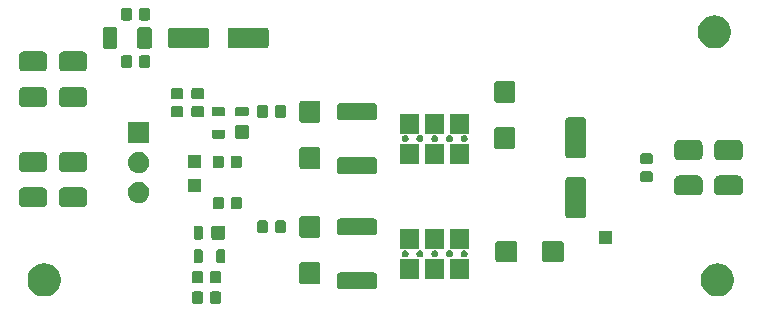
<source format=gbr>
G04 #@! TF.GenerationSoftware,KiCad,Pcbnew,(5.1.5)-3*
G04 #@! TF.CreationDate,2021-01-14T16:52:46-05:00*
G04 #@! TF.ProjectId,MOSFET_test_board,4d4f5346-4554-45f7-9465-73745f626f61,rev?*
G04 #@! TF.SameCoordinates,Original*
G04 #@! TF.FileFunction,Soldermask,Top*
G04 #@! TF.FilePolarity,Negative*
%FSLAX46Y46*%
G04 Gerber Fmt 4.6, Leading zero omitted, Abs format (unit mm)*
G04 Created by KiCad (PCBNEW (5.1.5)-3) date 2021-01-14 16:52:46*
%MOMM*%
%LPD*%
G04 APERTURE LIST*
%ADD10C,0.100000*%
G04 APERTURE END LIST*
D10*
G36*
X63875000Y-66321000D02*
G01*
X63875000Y-64701000D01*
X65365000Y-64701000D01*
X65365000Y-66321000D01*
X63875000Y-66321000D01*
G37*
X63875000Y-66321000D02*
X63875000Y-64701000D01*
X65365000Y-64701000D01*
X65365000Y-66321000D01*
X63875000Y-66321000D01*
G36*
X63875000Y-68871000D02*
G01*
X63875000Y-67251000D01*
X65365000Y-67251000D01*
X65365000Y-68871000D01*
X63875000Y-68871000D01*
G37*
X63875000Y-68871000D02*
X63875000Y-67251000D01*
X65365000Y-67251000D01*
X65365000Y-68871000D01*
X63875000Y-68871000D01*
G36*
X61765000Y-68871000D02*
G01*
X61765000Y-67251000D01*
X63255000Y-67251000D01*
X63255000Y-68871000D01*
X61765000Y-68871000D01*
G37*
X61765000Y-68871000D02*
X61765000Y-67251000D01*
X63255000Y-67251000D01*
X63255000Y-68871000D01*
X61765000Y-68871000D01*
G36*
X61765000Y-66321000D02*
G01*
X61765000Y-64701000D01*
X63255000Y-64701000D01*
X63255000Y-66321000D01*
X61765000Y-66321000D01*
G37*
X61765000Y-66321000D02*
X61765000Y-64701000D01*
X63255000Y-64701000D01*
X63255000Y-66321000D01*
X61765000Y-66321000D01*
G36*
X59655000Y-66321000D02*
G01*
X59655000Y-64701000D01*
X61145000Y-64701000D01*
X61145000Y-66321000D01*
X59655000Y-66321000D01*
G37*
X59655000Y-66321000D02*
X59655000Y-64701000D01*
X61145000Y-64701000D01*
X61145000Y-66321000D01*
X59655000Y-66321000D01*
G36*
X59655000Y-68871000D02*
G01*
X59655000Y-67251000D01*
X61145000Y-67251000D01*
X61145000Y-68871000D01*
X59655000Y-68871000D01*
G37*
X59655000Y-68871000D02*
X59655000Y-67251000D01*
X61145000Y-67251000D01*
X61145000Y-68871000D01*
X59655000Y-68871000D01*
G36*
X63875000Y-56571000D02*
G01*
X63875000Y-54951000D01*
X65365000Y-54951000D01*
X65365000Y-56571000D01*
X63875000Y-56571000D01*
G37*
X63875000Y-56571000D02*
X63875000Y-54951000D01*
X65365000Y-54951000D01*
X65365000Y-56571000D01*
X63875000Y-56571000D01*
G36*
X63875000Y-59121000D02*
G01*
X63875000Y-57501000D01*
X65365000Y-57501000D01*
X65365000Y-59121000D01*
X63875000Y-59121000D01*
G37*
X63875000Y-59121000D02*
X63875000Y-57501000D01*
X65365000Y-57501000D01*
X65365000Y-59121000D01*
X63875000Y-59121000D01*
G36*
X61765000Y-59121000D02*
G01*
X61765000Y-57501000D01*
X63255000Y-57501000D01*
X63255000Y-59121000D01*
X61765000Y-59121000D01*
G37*
X61765000Y-59121000D02*
X61765000Y-57501000D01*
X63255000Y-57501000D01*
X63255000Y-59121000D01*
X61765000Y-59121000D01*
G36*
X61765000Y-56571000D02*
G01*
X61765000Y-54951000D01*
X63255000Y-54951000D01*
X63255000Y-56571000D01*
X61765000Y-56571000D01*
G37*
X61765000Y-56571000D02*
X61765000Y-54951000D01*
X63255000Y-54951000D01*
X63255000Y-56571000D01*
X61765000Y-56571000D01*
G36*
X59655000Y-56571000D02*
G01*
X59655000Y-54951000D01*
X61145000Y-54951000D01*
X61145000Y-56571000D01*
X59655000Y-56571000D01*
G37*
X59655000Y-56571000D02*
X59655000Y-54951000D01*
X61145000Y-54951000D01*
X61145000Y-56571000D01*
X59655000Y-56571000D01*
G36*
X59655000Y-59121000D02*
G01*
X59655000Y-57501000D01*
X61145000Y-57501000D01*
X61145000Y-59121000D01*
X59655000Y-59121000D01*
G37*
X59655000Y-59121000D02*
X59655000Y-57501000D01*
X61145000Y-57501000D01*
X61145000Y-59121000D01*
X59655000Y-59121000D01*
G36*
X44316359Y-69969261D02*
G01*
X44355609Y-69981168D01*
X44391776Y-70000499D01*
X44423481Y-70026519D01*
X44449501Y-70058224D01*
X44468832Y-70094391D01*
X44480739Y-70133641D01*
X44485000Y-70176908D01*
X44485000Y-70823092D01*
X44480739Y-70866359D01*
X44468832Y-70905609D01*
X44449501Y-70941776D01*
X44423481Y-70973481D01*
X44391776Y-70999501D01*
X44355609Y-71018832D01*
X44316359Y-71030739D01*
X44273092Y-71035000D01*
X43746908Y-71035000D01*
X43703641Y-71030739D01*
X43664391Y-71018832D01*
X43628224Y-70999501D01*
X43596519Y-70973481D01*
X43570499Y-70941776D01*
X43551168Y-70905609D01*
X43539261Y-70866359D01*
X43535000Y-70823092D01*
X43535000Y-70176908D01*
X43539261Y-70133641D01*
X43551168Y-70094391D01*
X43570499Y-70058224D01*
X43596519Y-70026519D01*
X43628224Y-70000499D01*
X43664391Y-69981168D01*
X43703641Y-69969261D01*
X43746908Y-69965000D01*
X44273092Y-69965000D01*
X44316359Y-69969261D01*
G37*
G36*
X42796359Y-69969261D02*
G01*
X42835609Y-69981168D01*
X42871776Y-70000499D01*
X42903481Y-70026519D01*
X42929501Y-70058224D01*
X42948832Y-70094391D01*
X42960739Y-70133641D01*
X42965000Y-70176908D01*
X42965000Y-70823092D01*
X42960739Y-70866359D01*
X42948832Y-70905609D01*
X42929501Y-70941776D01*
X42903481Y-70973481D01*
X42871776Y-70999501D01*
X42835609Y-71018832D01*
X42796359Y-71030739D01*
X42753092Y-71035000D01*
X42226908Y-71035000D01*
X42183641Y-71030739D01*
X42144391Y-71018832D01*
X42108224Y-70999501D01*
X42076519Y-70973481D01*
X42050499Y-70941776D01*
X42031168Y-70905609D01*
X42019261Y-70866359D01*
X42015000Y-70823092D01*
X42015000Y-70176908D01*
X42019261Y-70133641D01*
X42031168Y-70094391D01*
X42050499Y-70058224D01*
X42076519Y-70026519D01*
X42108224Y-70000499D01*
X42144391Y-69981168D01*
X42183641Y-69969261D01*
X42226908Y-69965000D01*
X42753092Y-69965000D01*
X42796359Y-69969261D01*
G37*
G36*
X86702037Y-67612760D02*
G01*
X86908365Y-67653801D01*
X87163149Y-67759336D01*
X87392448Y-67912549D01*
X87587451Y-68107552D01*
X87740664Y-68336851D01*
X87846199Y-68591635D01*
X87846199Y-68591637D01*
X87900000Y-68862111D01*
X87900000Y-69137889D01*
X87897248Y-69151724D01*
X87846199Y-69408365D01*
X87740664Y-69663149D01*
X87587451Y-69892448D01*
X87392448Y-70087451D01*
X87163149Y-70240664D01*
X86908365Y-70346199D01*
X86728047Y-70382066D01*
X86637889Y-70400000D01*
X86362111Y-70400000D01*
X86271953Y-70382066D01*
X86091635Y-70346199D01*
X85836851Y-70240664D01*
X85607552Y-70087451D01*
X85412549Y-69892448D01*
X85259336Y-69663149D01*
X85153801Y-69408365D01*
X85102752Y-69151724D01*
X85100000Y-69137889D01*
X85100000Y-68862111D01*
X85153801Y-68591637D01*
X85153801Y-68591635D01*
X85259336Y-68336851D01*
X85412549Y-68107552D01*
X85607552Y-67912549D01*
X85836851Y-67759336D01*
X86091635Y-67653801D01*
X86297963Y-67612760D01*
X86362111Y-67600000D01*
X86637889Y-67600000D01*
X86702037Y-67612760D01*
G37*
G36*
X29702037Y-67612760D02*
G01*
X29908365Y-67653801D01*
X30163149Y-67759336D01*
X30392448Y-67912549D01*
X30587451Y-68107552D01*
X30740664Y-68336851D01*
X30846199Y-68591635D01*
X30846199Y-68591637D01*
X30900000Y-68862111D01*
X30900000Y-69137889D01*
X30897248Y-69151724D01*
X30846199Y-69408365D01*
X30740664Y-69663149D01*
X30587451Y-69892448D01*
X30392448Y-70087451D01*
X30163149Y-70240664D01*
X29908365Y-70346199D01*
X29728047Y-70382066D01*
X29637889Y-70400000D01*
X29362111Y-70400000D01*
X29271953Y-70382066D01*
X29091635Y-70346199D01*
X28836851Y-70240664D01*
X28607552Y-70087451D01*
X28412549Y-69892448D01*
X28259336Y-69663149D01*
X28153801Y-69408365D01*
X28102752Y-69151724D01*
X28100000Y-69137889D01*
X28100000Y-68862111D01*
X28153801Y-68591637D01*
X28153801Y-68591635D01*
X28259336Y-68336851D01*
X28412549Y-68107552D01*
X28607552Y-67912549D01*
X28836851Y-67759336D01*
X29091635Y-67653801D01*
X29297963Y-67612760D01*
X29362111Y-67600000D01*
X29637889Y-67600000D01*
X29702037Y-67612760D01*
G37*
G36*
X57493053Y-68371818D02*
G01*
X57537732Y-68385371D01*
X57578909Y-68407381D01*
X57615000Y-68437000D01*
X57644619Y-68473091D01*
X57666629Y-68514268D01*
X57680182Y-68558947D01*
X57685000Y-68607864D01*
X57685000Y-69536136D01*
X57680182Y-69585053D01*
X57666629Y-69629732D01*
X57644619Y-69670909D01*
X57615000Y-69707000D01*
X57578909Y-69736619D01*
X57537732Y-69758629D01*
X57493053Y-69772182D01*
X57444136Y-69777000D01*
X54555864Y-69777000D01*
X54506947Y-69772182D01*
X54462268Y-69758629D01*
X54421091Y-69736619D01*
X54385000Y-69707000D01*
X54355381Y-69670909D01*
X54333371Y-69629732D01*
X54319818Y-69585053D01*
X54315000Y-69536136D01*
X54315000Y-68607864D01*
X54319818Y-68558947D01*
X54333371Y-68514268D01*
X54355381Y-68473091D01*
X54385000Y-68437000D01*
X54421091Y-68407381D01*
X54462268Y-68385371D01*
X54506947Y-68371818D01*
X54555864Y-68367000D01*
X57444136Y-68367000D01*
X57493053Y-68371818D01*
G37*
G36*
X52699872Y-67499655D02*
G01*
X52742962Y-67512726D01*
X52782673Y-67533953D01*
X52817481Y-67562519D01*
X52846047Y-67597327D01*
X52867274Y-67637038D01*
X52880345Y-67680128D01*
X52885000Y-67727393D01*
X52885000Y-69132607D01*
X52880345Y-69179872D01*
X52867274Y-69222962D01*
X52846047Y-69262673D01*
X52817481Y-69297481D01*
X52782673Y-69326047D01*
X52742962Y-69347274D01*
X52699872Y-69360345D01*
X52652607Y-69365000D01*
X51347393Y-69365000D01*
X51300128Y-69360345D01*
X51257038Y-69347274D01*
X51217327Y-69326047D01*
X51182519Y-69297481D01*
X51153953Y-69262673D01*
X51132726Y-69222962D01*
X51119655Y-69179872D01*
X51115000Y-69132607D01*
X51115000Y-67727393D01*
X51119655Y-67680128D01*
X51132726Y-67637038D01*
X51153953Y-67597327D01*
X51182519Y-67562519D01*
X51217327Y-67533953D01*
X51257038Y-67512726D01*
X51300128Y-67499655D01*
X51347393Y-67495000D01*
X52652607Y-67495000D01*
X52699872Y-67499655D01*
G37*
G36*
X44316359Y-68219261D02*
G01*
X44355609Y-68231168D01*
X44391776Y-68250499D01*
X44423481Y-68276519D01*
X44449501Y-68308224D01*
X44468832Y-68344391D01*
X44480739Y-68383641D01*
X44485000Y-68426908D01*
X44485000Y-69073092D01*
X44480739Y-69116359D01*
X44468832Y-69155609D01*
X44449501Y-69191776D01*
X44423481Y-69223481D01*
X44391776Y-69249501D01*
X44355609Y-69268832D01*
X44316359Y-69280739D01*
X44273092Y-69285000D01*
X43746908Y-69285000D01*
X43703641Y-69280739D01*
X43664391Y-69268832D01*
X43628224Y-69249501D01*
X43596519Y-69223481D01*
X43570499Y-69191776D01*
X43551168Y-69155609D01*
X43539261Y-69116359D01*
X43535000Y-69073092D01*
X43535000Y-68426908D01*
X43539261Y-68383641D01*
X43551168Y-68344391D01*
X43570499Y-68308224D01*
X43596519Y-68276519D01*
X43628224Y-68250499D01*
X43664391Y-68231168D01*
X43703641Y-68219261D01*
X43746908Y-68215000D01*
X44273092Y-68215000D01*
X44316359Y-68219261D01*
G37*
G36*
X42796359Y-68219261D02*
G01*
X42835609Y-68231168D01*
X42871776Y-68250499D01*
X42903481Y-68276519D01*
X42929501Y-68308224D01*
X42948832Y-68344391D01*
X42960739Y-68383641D01*
X42965000Y-68426908D01*
X42965000Y-69073092D01*
X42960739Y-69116359D01*
X42948832Y-69155609D01*
X42929501Y-69191776D01*
X42903481Y-69223481D01*
X42871776Y-69249501D01*
X42835609Y-69268832D01*
X42796359Y-69280739D01*
X42753092Y-69285000D01*
X42226908Y-69285000D01*
X42183641Y-69280739D01*
X42144391Y-69268832D01*
X42108224Y-69249501D01*
X42076519Y-69223481D01*
X42050499Y-69191776D01*
X42031168Y-69155609D01*
X42019261Y-69116359D01*
X42015000Y-69073092D01*
X42015000Y-68426908D01*
X42019261Y-68383641D01*
X42031168Y-68344391D01*
X42050499Y-68308224D01*
X42076519Y-68276519D01*
X42108224Y-68250499D01*
X42144391Y-68231168D01*
X42183641Y-68219261D01*
X42226908Y-68215000D01*
X42753092Y-68215000D01*
X42796359Y-68219261D01*
G37*
G36*
X44691882Y-66418533D02*
G01*
X44724014Y-66428280D01*
X44753629Y-66444110D01*
X44779587Y-66465413D01*
X44800890Y-66491371D01*
X44816720Y-66520986D01*
X44826467Y-66553118D01*
X44830000Y-66588990D01*
X44830000Y-67401010D01*
X44826467Y-67436882D01*
X44816720Y-67469014D01*
X44800890Y-67498629D01*
X44779587Y-67524587D01*
X44753629Y-67545890D01*
X44724014Y-67561720D01*
X44691882Y-67571467D01*
X44656010Y-67575000D01*
X44243990Y-67575000D01*
X44208118Y-67571467D01*
X44175986Y-67561720D01*
X44146371Y-67545890D01*
X44120413Y-67524587D01*
X44099110Y-67498629D01*
X44083280Y-67469014D01*
X44073533Y-67436882D01*
X44070000Y-67401010D01*
X44070000Y-66588990D01*
X44073533Y-66553118D01*
X44083280Y-66520986D01*
X44099110Y-66491371D01*
X44120413Y-66465413D01*
X44146371Y-66444110D01*
X44175986Y-66428280D01*
X44208118Y-66418533D01*
X44243990Y-66415000D01*
X44656010Y-66415000D01*
X44691882Y-66418533D01*
G37*
G36*
X42791882Y-66418533D02*
G01*
X42824014Y-66428280D01*
X42853629Y-66444110D01*
X42879587Y-66465413D01*
X42900890Y-66491371D01*
X42916720Y-66520986D01*
X42926467Y-66553118D01*
X42930000Y-66588990D01*
X42930000Y-67401010D01*
X42926467Y-67436882D01*
X42916720Y-67469014D01*
X42900890Y-67498629D01*
X42879587Y-67524587D01*
X42853629Y-67545890D01*
X42824014Y-67561720D01*
X42791882Y-67571467D01*
X42756010Y-67575000D01*
X42343990Y-67575000D01*
X42308118Y-67571467D01*
X42275986Y-67561720D01*
X42246371Y-67545890D01*
X42220413Y-67524587D01*
X42199110Y-67498629D01*
X42183280Y-67469014D01*
X42173533Y-67436882D01*
X42170000Y-67401010D01*
X42170000Y-66588990D01*
X42173533Y-66553118D01*
X42183280Y-66520986D01*
X42199110Y-66491371D01*
X42220413Y-66465413D01*
X42246371Y-66444110D01*
X42275986Y-66428280D01*
X42308118Y-66418533D01*
X42343990Y-66415000D01*
X42756010Y-66415000D01*
X42791882Y-66418533D01*
G37*
G36*
X69384872Y-65719655D02*
G01*
X69427962Y-65732726D01*
X69467673Y-65753953D01*
X69502481Y-65782519D01*
X69531047Y-65817327D01*
X69552274Y-65857038D01*
X69565345Y-65900128D01*
X69570000Y-65947393D01*
X69570000Y-67252607D01*
X69565345Y-67299872D01*
X69552274Y-67342962D01*
X69531047Y-67382673D01*
X69502481Y-67417481D01*
X69467673Y-67446047D01*
X69427962Y-67467274D01*
X69384872Y-67480345D01*
X69337607Y-67485000D01*
X67932393Y-67485000D01*
X67885128Y-67480345D01*
X67842038Y-67467274D01*
X67802327Y-67446047D01*
X67767519Y-67417481D01*
X67738953Y-67382673D01*
X67717726Y-67342962D01*
X67704655Y-67299872D01*
X67700000Y-67252607D01*
X67700000Y-65947393D01*
X67704655Y-65900128D01*
X67717726Y-65857038D01*
X67738953Y-65817327D01*
X67767519Y-65782519D01*
X67802327Y-65753953D01*
X67842038Y-65732726D01*
X67885128Y-65719655D01*
X67932393Y-65715000D01*
X69337607Y-65715000D01*
X69384872Y-65719655D01*
G37*
G36*
X73314872Y-65719655D02*
G01*
X73357962Y-65732726D01*
X73397673Y-65753953D01*
X73432481Y-65782519D01*
X73461047Y-65817327D01*
X73482274Y-65857038D01*
X73495345Y-65900128D01*
X73500000Y-65947393D01*
X73500000Y-67252607D01*
X73495345Y-67299872D01*
X73482274Y-67342962D01*
X73461047Y-67382673D01*
X73432481Y-67417481D01*
X73397673Y-67446047D01*
X73357962Y-67467274D01*
X73314872Y-67480345D01*
X73267607Y-67485000D01*
X71862393Y-67485000D01*
X71815128Y-67480345D01*
X71772038Y-67467274D01*
X71732327Y-67446047D01*
X71697519Y-67417481D01*
X71668953Y-67382673D01*
X71647726Y-67342962D01*
X71634655Y-67299872D01*
X71630000Y-67252607D01*
X71630000Y-65947393D01*
X71634655Y-65900128D01*
X71647726Y-65857038D01*
X71668953Y-65817327D01*
X71697519Y-65782519D01*
X71732327Y-65753953D01*
X71772038Y-65732726D01*
X71815128Y-65719655D01*
X71862393Y-65715000D01*
X73267607Y-65715000D01*
X73314872Y-65719655D01*
G37*
G36*
X60107795Y-66487640D02*
G01*
X60157507Y-66497528D01*
X60212103Y-66520143D01*
X60261239Y-66552974D01*
X60303026Y-66594761D01*
X60335857Y-66643897D01*
X60358472Y-66698493D01*
X60370000Y-66756453D01*
X60370000Y-66815547D01*
X60358472Y-66873507D01*
X60335857Y-66928103D01*
X60303026Y-66977239D01*
X60261239Y-67019026D01*
X60212103Y-67051857D01*
X60157507Y-67074472D01*
X60107795Y-67084360D01*
X60099548Y-67086000D01*
X60040452Y-67086000D01*
X60032205Y-67084360D01*
X59982493Y-67074472D01*
X59927897Y-67051857D01*
X59878761Y-67019026D01*
X59836974Y-66977239D01*
X59804143Y-66928103D01*
X59781528Y-66873507D01*
X59770000Y-66815547D01*
X59770000Y-66756453D01*
X59781528Y-66698493D01*
X59804143Y-66643897D01*
X59836974Y-66594761D01*
X59878761Y-66552974D01*
X59927897Y-66520143D01*
X59982493Y-66497528D01*
X60032205Y-66487640D01*
X60040452Y-66486000D01*
X60099548Y-66486000D01*
X60107795Y-66487640D01*
G37*
G36*
X63857795Y-66487640D02*
G01*
X63907507Y-66497528D01*
X63962103Y-66520143D01*
X64011239Y-66552974D01*
X64053026Y-66594761D01*
X64085857Y-66643897D01*
X64108472Y-66698493D01*
X64120000Y-66756453D01*
X64120000Y-66815547D01*
X64108472Y-66873507D01*
X64085857Y-66928103D01*
X64053026Y-66977239D01*
X64011239Y-67019026D01*
X63962103Y-67051857D01*
X63907507Y-67074472D01*
X63857795Y-67084360D01*
X63849548Y-67086000D01*
X63790452Y-67086000D01*
X63782205Y-67084360D01*
X63732493Y-67074472D01*
X63677897Y-67051857D01*
X63628761Y-67019026D01*
X63586974Y-66977239D01*
X63554143Y-66928103D01*
X63531528Y-66873507D01*
X63520000Y-66815547D01*
X63520000Y-66756453D01*
X63531528Y-66698493D01*
X63554143Y-66643897D01*
X63586974Y-66594761D01*
X63628761Y-66552974D01*
X63677897Y-66520143D01*
X63732493Y-66497528D01*
X63782205Y-66487640D01*
X63790452Y-66486000D01*
X63849548Y-66486000D01*
X63857795Y-66487640D01*
G37*
G36*
X61357795Y-66487640D02*
G01*
X61407507Y-66497528D01*
X61462103Y-66520143D01*
X61511239Y-66552974D01*
X61553026Y-66594761D01*
X61585857Y-66643897D01*
X61608472Y-66698493D01*
X61620000Y-66756453D01*
X61620000Y-66815547D01*
X61608472Y-66873507D01*
X61585857Y-66928103D01*
X61553026Y-66977239D01*
X61511239Y-67019026D01*
X61462103Y-67051857D01*
X61407507Y-67074472D01*
X61357795Y-67084360D01*
X61349548Y-67086000D01*
X61290452Y-67086000D01*
X61282205Y-67084360D01*
X61232493Y-67074472D01*
X61177897Y-67051857D01*
X61128761Y-67019026D01*
X61086974Y-66977239D01*
X61054143Y-66928103D01*
X61031528Y-66873507D01*
X61020000Y-66815547D01*
X61020000Y-66756453D01*
X61031528Y-66698493D01*
X61054143Y-66643897D01*
X61086974Y-66594761D01*
X61128761Y-66552974D01*
X61177897Y-66520143D01*
X61232493Y-66497528D01*
X61282205Y-66487640D01*
X61290452Y-66486000D01*
X61349548Y-66486000D01*
X61357795Y-66487640D01*
G37*
G36*
X65107795Y-66487640D02*
G01*
X65157507Y-66497528D01*
X65212103Y-66520143D01*
X65261239Y-66552974D01*
X65303026Y-66594761D01*
X65335857Y-66643897D01*
X65358472Y-66698493D01*
X65370000Y-66756453D01*
X65370000Y-66815547D01*
X65358472Y-66873507D01*
X65335857Y-66928103D01*
X65303026Y-66977239D01*
X65261239Y-67019026D01*
X65212103Y-67051857D01*
X65157507Y-67074472D01*
X65107795Y-67084360D01*
X65099548Y-67086000D01*
X65040452Y-67086000D01*
X65032205Y-67084360D01*
X64982493Y-67074472D01*
X64927897Y-67051857D01*
X64878761Y-67019026D01*
X64836974Y-66977239D01*
X64804143Y-66928103D01*
X64781528Y-66873507D01*
X64770000Y-66815547D01*
X64770000Y-66756453D01*
X64781528Y-66698493D01*
X64804143Y-66643897D01*
X64836974Y-66594761D01*
X64878761Y-66552974D01*
X64927897Y-66520143D01*
X64982493Y-66497528D01*
X65032205Y-66487640D01*
X65040452Y-66486000D01*
X65099548Y-66486000D01*
X65107795Y-66487640D01*
G37*
G36*
X62607795Y-66487640D02*
G01*
X62657507Y-66497528D01*
X62712103Y-66520143D01*
X62761239Y-66552974D01*
X62803026Y-66594761D01*
X62835857Y-66643897D01*
X62858472Y-66698493D01*
X62870000Y-66756453D01*
X62870000Y-66815547D01*
X62858472Y-66873507D01*
X62835857Y-66928103D01*
X62803026Y-66977239D01*
X62761239Y-67019026D01*
X62712103Y-67051857D01*
X62657507Y-67074472D01*
X62607795Y-67084360D01*
X62599548Y-67086000D01*
X62540452Y-67086000D01*
X62532205Y-67084360D01*
X62482493Y-67074472D01*
X62427897Y-67051857D01*
X62378761Y-67019026D01*
X62336974Y-66977239D01*
X62304143Y-66928103D01*
X62281528Y-66873507D01*
X62270000Y-66815547D01*
X62270000Y-66756453D01*
X62281528Y-66698493D01*
X62304143Y-66643897D01*
X62336974Y-66594761D01*
X62378761Y-66552974D01*
X62427897Y-66520143D01*
X62482493Y-66497528D01*
X62532205Y-66487640D01*
X62540452Y-66486000D01*
X62599548Y-66486000D01*
X62607795Y-66487640D01*
G37*
G36*
X77550000Y-65950000D02*
G01*
X76450000Y-65950000D01*
X76450000Y-64850000D01*
X77550000Y-64850000D01*
X77550000Y-65950000D01*
G37*
G36*
X42791882Y-64428533D02*
G01*
X42824014Y-64438280D01*
X42853629Y-64454110D01*
X42879587Y-64475413D01*
X42900890Y-64501371D01*
X42916720Y-64530986D01*
X42926467Y-64563118D01*
X42930000Y-64598990D01*
X42930000Y-65411010D01*
X42926467Y-65446882D01*
X42916720Y-65479014D01*
X42900890Y-65508629D01*
X42879587Y-65534587D01*
X42853629Y-65555890D01*
X42824014Y-65571720D01*
X42791882Y-65581467D01*
X42756010Y-65585000D01*
X42343990Y-65585000D01*
X42308118Y-65581467D01*
X42275986Y-65571720D01*
X42246371Y-65555890D01*
X42220413Y-65534587D01*
X42199110Y-65508629D01*
X42183280Y-65479014D01*
X42173533Y-65446882D01*
X42170000Y-65411010D01*
X42170000Y-64598990D01*
X42173533Y-64563118D01*
X42183280Y-64530986D01*
X42199110Y-64501371D01*
X42220413Y-64475413D01*
X42246371Y-64454110D01*
X42275986Y-64438280D01*
X42308118Y-64428533D01*
X42343990Y-64425000D01*
X42756010Y-64425000D01*
X42791882Y-64428533D01*
G37*
G36*
X44707521Y-64428159D02*
G01*
X44736012Y-64436802D01*
X44762264Y-64450834D01*
X44785278Y-64469722D01*
X44804166Y-64492736D01*
X44818198Y-64518988D01*
X44826841Y-64547479D01*
X44830000Y-64579557D01*
X44830000Y-65430443D01*
X44826841Y-65462521D01*
X44818198Y-65491012D01*
X44804166Y-65517264D01*
X44785278Y-65540278D01*
X44762264Y-65559166D01*
X44736012Y-65573198D01*
X44707521Y-65581841D01*
X44675443Y-65585000D01*
X43814557Y-65585000D01*
X43782479Y-65581841D01*
X43753988Y-65573198D01*
X43727736Y-65559166D01*
X43704722Y-65540278D01*
X43685834Y-65517264D01*
X43671802Y-65491012D01*
X43663159Y-65462521D01*
X43660000Y-65430443D01*
X43660000Y-64579557D01*
X43663159Y-64547479D01*
X43671802Y-64518988D01*
X43685834Y-64492736D01*
X43704722Y-64469722D01*
X43727736Y-64450834D01*
X43753988Y-64436802D01*
X43782479Y-64428159D01*
X43814557Y-64425000D01*
X44675443Y-64425000D01*
X44707521Y-64428159D01*
G37*
G36*
X52699872Y-63569655D02*
G01*
X52742962Y-63582726D01*
X52782673Y-63603953D01*
X52817481Y-63632519D01*
X52846047Y-63667327D01*
X52867274Y-63707038D01*
X52880345Y-63750128D01*
X52885000Y-63797393D01*
X52885000Y-65202607D01*
X52880345Y-65249872D01*
X52867274Y-65292962D01*
X52846047Y-65332673D01*
X52817481Y-65367481D01*
X52782673Y-65396047D01*
X52742962Y-65417274D01*
X52699872Y-65430345D01*
X52652607Y-65435000D01*
X51347393Y-65435000D01*
X51300128Y-65430345D01*
X51257038Y-65417274D01*
X51217327Y-65396047D01*
X51182519Y-65367481D01*
X51153953Y-65332673D01*
X51132726Y-65292962D01*
X51119655Y-65249872D01*
X51115000Y-65202607D01*
X51115000Y-63797393D01*
X51119655Y-63750128D01*
X51132726Y-63707038D01*
X51153953Y-63667327D01*
X51182519Y-63632519D01*
X51217327Y-63603953D01*
X51257038Y-63582726D01*
X51300128Y-63569655D01*
X51347393Y-63565000D01*
X52652607Y-63565000D01*
X52699872Y-63569655D01*
G37*
G36*
X57493297Y-63799812D02*
G01*
X57537921Y-63813349D01*
X57579045Y-63835330D01*
X57615089Y-63864911D01*
X57644670Y-63900955D01*
X57666651Y-63942079D01*
X57680188Y-63986703D01*
X57685000Y-64035562D01*
X57685000Y-64964438D01*
X57680188Y-65013297D01*
X57666651Y-65057921D01*
X57644670Y-65099045D01*
X57615089Y-65135089D01*
X57579045Y-65164670D01*
X57537921Y-65186651D01*
X57493297Y-65200188D01*
X57444438Y-65205000D01*
X54555562Y-65205000D01*
X54506703Y-65200188D01*
X54462079Y-65186651D01*
X54420955Y-65164670D01*
X54384911Y-65135089D01*
X54355330Y-65099045D01*
X54333349Y-65057921D01*
X54319812Y-65013297D01*
X54315000Y-64964438D01*
X54315000Y-64035562D01*
X54319812Y-63986703D01*
X54333349Y-63942079D01*
X54355330Y-63900955D01*
X54384911Y-63864911D01*
X54420955Y-63835330D01*
X54462079Y-63813349D01*
X54506703Y-63799812D01*
X54555562Y-63795000D01*
X57444438Y-63795000D01*
X57493297Y-63799812D01*
G37*
G36*
X48296359Y-63969261D02*
G01*
X48335609Y-63981168D01*
X48371776Y-64000499D01*
X48403481Y-64026519D01*
X48429501Y-64058224D01*
X48448832Y-64094391D01*
X48460739Y-64133641D01*
X48465000Y-64176908D01*
X48465000Y-64823092D01*
X48460739Y-64866359D01*
X48448832Y-64905609D01*
X48429501Y-64941776D01*
X48403481Y-64973481D01*
X48371776Y-64999501D01*
X48335609Y-65018832D01*
X48296359Y-65030739D01*
X48253092Y-65035000D01*
X47726908Y-65035000D01*
X47683641Y-65030739D01*
X47644391Y-65018832D01*
X47608224Y-64999501D01*
X47576519Y-64973481D01*
X47550499Y-64941776D01*
X47531168Y-64905609D01*
X47519261Y-64866359D01*
X47515000Y-64823092D01*
X47515000Y-64176908D01*
X47519261Y-64133641D01*
X47531168Y-64094391D01*
X47550499Y-64058224D01*
X47576519Y-64026519D01*
X47608224Y-64000499D01*
X47644391Y-63981168D01*
X47683641Y-63969261D01*
X47726908Y-63965000D01*
X48253092Y-63965000D01*
X48296359Y-63969261D01*
G37*
G36*
X49816359Y-63969261D02*
G01*
X49855609Y-63981168D01*
X49891776Y-64000499D01*
X49923481Y-64026519D01*
X49949501Y-64058224D01*
X49968832Y-64094391D01*
X49980739Y-64133641D01*
X49985000Y-64176908D01*
X49985000Y-64823092D01*
X49980739Y-64866359D01*
X49968832Y-64905609D01*
X49949501Y-64941776D01*
X49923481Y-64973481D01*
X49891776Y-64999501D01*
X49855609Y-65018832D01*
X49816359Y-65030739D01*
X49773092Y-65035000D01*
X49246908Y-65035000D01*
X49203641Y-65030739D01*
X49164391Y-65018832D01*
X49128224Y-64999501D01*
X49096519Y-64973481D01*
X49070499Y-64941776D01*
X49051168Y-64905609D01*
X49039261Y-64866359D01*
X49035000Y-64823092D01*
X49035000Y-64176908D01*
X49039261Y-64133641D01*
X49051168Y-64094391D01*
X49070499Y-64058224D01*
X49096519Y-64026519D01*
X49128224Y-64000499D01*
X49164391Y-63981168D01*
X49203641Y-63969261D01*
X49246908Y-63965000D01*
X49773092Y-63965000D01*
X49816359Y-63969261D01*
G37*
G36*
X75174157Y-60294672D02*
G01*
X75217416Y-60307795D01*
X75257278Y-60329101D01*
X75292221Y-60357779D01*
X75320899Y-60392722D01*
X75342205Y-60432584D01*
X75355328Y-60475843D01*
X75360000Y-60523280D01*
X75360000Y-63526720D01*
X75355328Y-63574157D01*
X75342205Y-63617416D01*
X75320899Y-63657278D01*
X75292221Y-63692221D01*
X75257278Y-63720899D01*
X75217416Y-63742205D01*
X75174157Y-63755328D01*
X75126720Y-63760000D01*
X73873280Y-63760000D01*
X73825843Y-63755328D01*
X73782584Y-63742205D01*
X73742722Y-63720899D01*
X73707779Y-63692221D01*
X73679101Y-63657278D01*
X73657795Y-63617416D01*
X73644672Y-63574157D01*
X73640000Y-63526720D01*
X73640000Y-60523280D01*
X73644672Y-60475843D01*
X73657795Y-60432584D01*
X73679101Y-60392722D01*
X73707779Y-60357779D01*
X73742722Y-60329101D01*
X73782584Y-60307795D01*
X73825843Y-60294672D01*
X73873280Y-60290000D01*
X75126720Y-60290000D01*
X75174157Y-60294672D01*
G37*
G36*
X44546359Y-61969261D02*
G01*
X44585609Y-61981168D01*
X44621776Y-62000499D01*
X44653481Y-62026519D01*
X44679501Y-62058224D01*
X44698832Y-62094391D01*
X44710739Y-62133641D01*
X44715000Y-62176908D01*
X44715000Y-62823092D01*
X44710739Y-62866359D01*
X44698832Y-62905609D01*
X44679501Y-62941776D01*
X44653481Y-62973481D01*
X44621776Y-62999501D01*
X44585609Y-63018832D01*
X44546359Y-63030739D01*
X44503092Y-63035000D01*
X43976908Y-63035000D01*
X43933641Y-63030739D01*
X43894391Y-63018832D01*
X43858224Y-62999501D01*
X43826519Y-62973481D01*
X43800499Y-62941776D01*
X43781168Y-62905609D01*
X43769261Y-62866359D01*
X43765000Y-62823092D01*
X43765000Y-62176908D01*
X43769261Y-62133641D01*
X43781168Y-62094391D01*
X43800499Y-62058224D01*
X43826519Y-62026519D01*
X43858224Y-62000499D01*
X43894391Y-61981168D01*
X43933641Y-61969261D01*
X43976908Y-61965000D01*
X44503092Y-61965000D01*
X44546359Y-61969261D01*
G37*
G36*
X46066359Y-61969261D02*
G01*
X46105609Y-61981168D01*
X46141776Y-62000499D01*
X46173481Y-62026519D01*
X46199501Y-62058224D01*
X46218832Y-62094391D01*
X46230739Y-62133641D01*
X46235000Y-62176908D01*
X46235000Y-62823092D01*
X46230739Y-62866359D01*
X46218832Y-62905609D01*
X46199501Y-62941776D01*
X46173481Y-62973481D01*
X46141776Y-62999501D01*
X46105609Y-63018832D01*
X46066359Y-63030739D01*
X46023092Y-63035000D01*
X45496908Y-63035000D01*
X45453641Y-63030739D01*
X45414391Y-63018832D01*
X45378224Y-62999501D01*
X45346519Y-62973481D01*
X45320499Y-62941776D01*
X45301168Y-62905609D01*
X45289261Y-62866359D01*
X45285000Y-62823092D01*
X45285000Y-62176908D01*
X45289261Y-62133641D01*
X45301168Y-62094391D01*
X45320499Y-62058224D01*
X45346519Y-62026519D01*
X45378224Y-62000499D01*
X45414391Y-61981168D01*
X45453641Y-61969261D01*
X45496908Y-61965000D01*
X46023092Y-61965000D01*
X46066359Y-61969261D01*
G37*
G36*
X29427988Y-61157923D02*
G01*
X29502980Y-61180671D01*
X29572093Y-61217614D01*
X29632671Y-61267329D01*
X29682386Y-61327907D01*
X29719329Y-61397020D01*
X29742077Y-61472012D01*
X29750000Y-61552454D01*
X29750000Y-62447546D01*
X29742077Y-62527988D01*
X29719329Y-62602980D01*
X29682386Y-62672093D01*
X29632671Y-62732671D01*
X29572093Y-62782386D01*
X29502980Y-62819329D01*
X29427988Y-62842077D01*
X29347546Y-62850000D01*
X27752454Y-62850000D01*
X27672012Y-62842077D01*
X27597020Y-62819329D01*
X27527907Y-62782386D01*
X27467329Y-62732671D01*
X27417614Y-62672093D01*
X27380671Y-62602980D01*
X27357923Y-62527988D01*
X27350000Y-62447546D01*
X27350000Y-61552454D01*
X27357923Y-61472012D01*
X27380671Y-61397020D01*
X27417614Y-61327907D01*
X27467329Y-61267329D01*
X27527907Y-61217614D01*
X27597020Y-61180671D01*
X27672012Y-61157923D01*
X27752454Y-61150000D01*
X29347546Y-61150000D01*
X29427988Y-61157923D01*
G37*
G36*
X32827988Y-61157923D02*
G01*
X32902980Y-61180671D01*
X32972093Y-61217614D01*
X33032671Y-61267329D01*
X33082386Y-61327907D01*
X33119329Y-61397020D01*
X33142077Y-61472012D01*
X33150000Y-61552454D01*
X33150000Y-62447546D01*
X33142077Y-62527988D01*
X33119329Y-62602980D01*
X33082386Y-62672093D01*
X33032671Y-62732671D01*
X32972093Y-62782386D01*
X32902980Y-62819329D01*
X32827988Y-62842077D01*
X32747546Y-62850000D01*
X31152454Y-62850000D01*
X31072012Y-62842077D01*
X30997020Y-62819329D01*
X30927907Y-62782386D01*
X30867329Y-62732671D01*
X30817614Y-62672093D01*
X30780671Y-62602980D01*
X30757923Y-62527988D01*
X30750000Y-62447546D01*
X30750000Y-61552454D01*
X30757923Y-61472012D01*
X30780671Y-61397020D01*
X30817614Y-61327907D01*
X30867329Y-61267329D01*
X30927907Y-61217614D01*
X30997020Y-61180671D01*
X31072012Y-61157923D01*
X31152454Y-61150000D01*
X32747546Y-61150000D01*
X32827988Y-61157923D01*
G37*
G36*
X37686682Y-60699501D02*
G01*
X37762520Y-60714586D01*
X37926310Y-60782430D01*
X38073717Y-60880924D01*
X38199076Y-61006283D01*
X38199077Y-61006285D01*
X38297571Y-61153692D01*
X38365414Y-61317481D01*
X38400000Y-61491356D01*
X38400000Y-61668644D01*
X38387264Y-61732671D01*
X38365414Y-61842520D01*
X38297570Y-62006310D01*
X38199076Y-62153717D01*
X38073717Y-62279076D01*
X37926310Y-62377570D01*
X37762520Y-62445414D01*
X37704561Y-62456943D01*
X37588644Y-62480000D01*
X37411356Y-62480000D01*
X37295439Y-62456943D01*
X37237480Y-62445414D01*
X37073690Y-62377570D01*
X36926283Y-62279076D01*
X36800924Y-62153717D01*
X36702430Y-62006310D01*
X36634586Y-61842520D01*
X36612736Y-61732671D01*
X36600000Y-61668644D01*
X36600000Y-61491356D01*
X36634586Y-61317481D01*
X36702429Y-61153692D01*
X36800923Y-61006285D01*
X36800924Y-61006283D01*
X36926283Y-60880924D01*
X37073690Y-60782430D01*
X37237480Y-60714586D01*
X37313318Y-60699501D01*
X37411356Y-60680000D01*
X37588644Y-60680000D01*
X37686682Y-60699501D01*
G37*
G36*
X84927988Y-60157923D02*
G01*
X85002980Y-60180671D01*
X85072093Y-60217614D01*
X85132671Y-60267329D01*
X85182386Y-60327907D01*
X85219329Y-60397020D01*
X85242077Y-60472012D01*
X85250000Y-60552454D01*
X85250000Y-61447546D01*
X85242077Y-61527988D01*
X85219329Y-61602980D01*
X85182386Y-61672093D01*
X85132671Y-61732671D01*
X85072093Y-61782386D01*
X85002980Y-61819329D01*
X84927988Y-61842077D01*
X84847546Y-61850000D01*
X83252454Y-61850000D01*
X83172012Y-61842077D01*
X83097020Y-61819329D01*
X83027907Y-61782386D01*
X82967329Y-61732671D01*
X82917614Y-61672093D01*
X82880671Y-61602980D01*
X82857923Y-61527988D01*
X82850000Y-61447546D01*
X82850000Y-60552454D01*
X82857923Y-60472012D01*
X82880671Y-60397020D01*
X82917614Y-60327907D01*
X82967329Y-60267329D01*
X83027907Y-60217614D01*
X83097020Y-60180671D01*
X83172012Y-60157923D01*
X83252454Y-60150000D01*
X84847546Y-60150000D01*
X84927988Y-60157923D01*
G37*
G36*
X88327988Y-60157923D02*
G01*
X88402980Y-60180671D01*
X88472093Y-60217614D01*
X88532671Y-60267329D01*
X88582386Y-60327907D01*
X88619329Y-60397020D01*
X88642077Y-60472012D01*
X88650000Y-60552454D01*
X88650000Y-61447546D01*
X88642077Y-61527988D01*
X88619329Y-61602980D01*
X88582386Y-61672093D01*
X88532671Y-61732671D01*
X88472093Y-61782386D01*
X88402980Y-61819329D01*
X88327988Y-61842077D01*
X88247546Y-61850000D01*
X86652454Y-61850000D01*
X86572012Y-61842077D01*
X86497020Y-61819329D01*
X86427907Y-61782386D01*
X86367329Y-61732671D01*
X86317614Y-61672093D01*
X86280671Y-61602980D01*
X86257923Y-61527988D01*
X86250000Y-61447546D01*
X86250000Y-60552454D01*
X86257923Y-60472012D01*
X86280671Y-60397020D01*
X86317614Y-60327907D01*
X86367329Y-60267329D01*
X86427907Y-60217614D01*
X86497020Y-60180671D01*
X86572012Y-60157923D01*
X86652454Y-60150000D01*
X88247546Y-60150000D01*
X88327988Y-60157923D01*
G37*
G36*
X42800000Y-61550000D02*
G01*
X41700000Y-61550000D01*
X41700000Y-60450000D01*
X42800000Y-60450000D01*
X42800000Y-61550000D01*
G37*
G36*
X80866359Y-59789261D02*
G01*
X80905609Y-59801168D01*
X80941776Y-59820499D01*
X80973481Y-59846519D01*
X80999501Y-59878224D01*
X81018832Y-59914391D01*
X81030739Y-59953641D01*
X81035000Y-59996908D01*
X81035000Y-60523092D01*
X81030739Y-60566359D01*
X81018832Y-60605609D01*
X80999501Y-60641776D01*
X80973481Y-60673481D01*
X80941776Y-60699501D01*
X80905609Y-60718832D01*
X80866359Y-60730739D01*
X80823092Y-60735000D01*
X80176908Y-60735000D01*
X80133641Y-60730739D01*
X80094391Y-60718832D01*
X80058224Y-60699501D01*
X80026519Y-60673481D01*
X80000499Y-60641776D01*
X79981168Y-60605609D01*
X79969261Y-60566359D01*
X79965000Y-60523092D01*
X79965000Y-59996908D01*
X79969261Y-59953641D01*
X79981168Y-59914391D01*
X80000499Y-59878224D01*
X80026519Y-59846519D01*
X80058224Y-59820499D01*
X80094391Y-59801168D01*
X80133641Y-59789261D01*
X80176908Y-59785000D01*
X80823092Y-59785000D01*
X80866359Y-59789261D01*
G37*
G36*
X57493053Y-58621818D02*
G01*
X57537732Y-58635371D01*
X57578909Y-58657381D01*
X57615000Y-58687000D01*
X57644619Y-58723091D01*
X57666629Y-58764268D01*
X57680182Y-58808947D01*
X57685000Y-58857864D01*
X57685000Y-59786136D01*
X57680182Y-59835053D01*
X57666629Y-59879732D01*
X57644619Y-59920909D01*
X57615000Y-59957000D01*
X57578909Y-59986619D01*
X57537732Y-60008629D01*
X57493053Y-60022182D01*
X57444136Y-60027000D01*
X54555864Y-60027000D01*
X54506947Y-60022182D01*
X54462268Y-60008629D01*
X54421091Y-59986619D01*
X54385000Y-59957000D01*
X54355381Y-59920909D01*
X54333371Y-59879732D01*
X54319818Y-59835053D01*
X54315000Y-59786136D01*
X54315000Y-58857864D01*
X54319818Y-58808947D01*
X54333371Y-58764268D01*
X54355381Y-58723091D01*
X54385000Y-58687000D01*
X54421091Y-58657381D01*
X54462268Y-58635371D01*
X54506947Y-58621818D01*
X54555864Y-58617000D01*
X57444136Y-58617000D01*
X57493053Y-58621818D01*
G37*
G36*
X37679970Y-58158166D02*
G01*
X37762520Y-58174586D01*
X37926310Y-58242430D01*
X38073717Y-58340924D01*
X38199076Y-58466283D01*
X38297570Y-58613690D01*
X38297571Y-58613692D01*
X38309388Y-58642221D01*
X38346854Y-58732671D01*
X38365414Y-58777481D01*
X38400000Y-58951356D01*
X38400000Y-59128644D01*
X38390692Y-59175438D01*
X38365414Y-59302520D01*
X38347383Y-59346051D01*
X38303734Y-59451430D01*
X38297570Y-59466310D01*
X38199076Y-59613717D01*
X38073717Y-59739076D01*
X37926310Y-59837570D01*
X37762520Y-59905414D01*
X37717389Y-59914391D01*
X37588644Y-59940000D01*
X37411356Y-59940000D01*
X37282611Y-59914391D01*
X37237480Y-59905414D01*
X37073690Y-59837570D01*
X36926283Y-59739076D01*
X36800924Y-59613717D01*
X36702430Y-59466310D01*
X36696267Y-59451430D01*
X36652617Y-59346051D01*
X36634586Y-59302520D01*
X36609308Y-59175438D01*
X36600000Y-59128644D01*
X36600000Y-58951356D01*
X36634586Y-58777481D01*
X36653147Y-58732671D01*
X36690612Y-58642221D01*
X36702429Y-58613692D01*
X36702430Y-58613690D01*
X36800924Y-58466283D01*
X36926283Y-58340924D01*
X37073690Y-58242430D01*
X37237480Y-58174586D01*
X37320030Y-58158166D01*
X37411356Y-58140000D01*
X37588644Y-58140000D01*
X37679970Y-58158166D01*
G37*
G36*
X32827988Y-58157923D02*
G01*
X32902980Y-58180671D01*
X32972093Y-58217614D01*
X33032671Y-58267329D01*
X33082386Y-58327907D01*
X33119329Y-58397020D01*
X33142077Y-58472012D01*
X33150000Y-58552454D01*
X33150000Y-59447546D01*
X33142077Y-59527988D01*
X33119329Y-59602980D01*
X33082386Y-59672093D01*
X33032671Y-59732671D01*
X32972093Y-59782386D01*
X32902980Y-59819329D01*
X32827988Y-59842077D01*
X32747546Y-59850000D01*
X31152454Y-59850000D01*
X31072012Y-59842077D01*
X30997020Y-59819329D01*
X30927907Y-59782386D01*
X30867329Y-59732671D01*
X30817614Y-59672093D01*
X30780671Y-59602980D01*
X30757923Y-59527988D01*
X30750000Y-59447546D01*
X30750000Y-58552454D01*
X30757923Y-58472012D01*
X30780671Y-58397020D01*
X30817614Y-58327907D01*
X30867329Y-58267329D01*
X30927907Y-58217614D01*
X30997020Y-58180671D01*
X31072012Y-58157923D01*
X31152454Y-58150000D01*
X32747546Y-58150000D01*
X32827988Y-58157923D01*
G37*
G36*
X29427988Y-58157923D02*
G01*
X29502980Y-58180671D01*
X29572093Y-58217614D01*
X29632671Y-58267329D01*
X29682386Y-58327907D01*
X29719329Y-58397020D01*
X29742077Y-58472012D01*
X29750000Y-58552454D01*
X29750000Y-59447546D01*
X29742077Y-59527988D01*
X29719329Y-59602980D01*
X29682386Y-59672093D01*
X29632671Y-59732671D01*
X29572093Y-59782386D01*
X29502980Y-59819329D01*
X29427988Y-59842077D01*
X29347546Y-59850000D01*
X27752454Y-59850000D01*
X27672012Y-59842077D01*
X27597020Y-59819329D01*
X27527907Y-59782386D01*
X27467329Y-59732671D01*
X27417614Y-59672093D01*
X27380671Y-59602980D01*
X27357923Y-59527988D01*
X27350000Y-59447546D01*
X27350000Y-58552454D01*
X27357923Y-58472012D01*
X27380671Y-58397020D01*
X27417614Y-58327907D01*
X27467329Y-58267329D01*
X27527907Y-58217614D01*
X27597020Y-58180671D01*
X27672012Y-58157923D01*
X27752454Y-58150000D01*
X29347546Y-58150000D01*
X29427988Y-58157923D01*
G37*
G36*
X52699872Y-57749655D02*
G01*
X52742962Y-57762726D01*
X52782673Y-57783953D01*
X52817481Y-57812519D01*
X52846047Y-57847327D01*
X52867274Y-57887038D01*
X52880345Y-57930128D01*
X52885000Y-57977393D01*
X52885000Y-59382607D01*
X52880345Y-59429872D01*
X52867274Y-59472962D01*
X52846047Y-59512673D01*
X52817481Y-59547481D01*
X52782673Y-59576047D01*
X52742962Y-59597274D01*
X52699872Y-59610345D01*
X52652607Y-59615000D01*
X51347393Y-59615000D01*
X51300128Y-59610345D01*
X51257038Y-59597274D01*
X51217327Y-59576047D01*
X51182519Y-59547481D01*
X51153953Y-59512673D01*
X51132726Y-59472962D01*
X51119655Y-59429872D01*
X51115000Y-59382607D01*
X51115000Y-57977393D01*
X51119655Y-57930128D01*
X51132726Y-57887038D01*
X51153953Y-57847327D01*
X51182519Y-57812519D01*
X51217327Y-57783953D01*
X51257038Y-57762726D01*
X51300128Y-57749655D01*
X51347393Y-57745000D01*
X52652607Y-57745000D01*
X52699872Y-57749655D01*
G37*
G36*
X42800000Y-59550000D02*
G01*
X41700000Y-59550000D01*
X41700000Y-58450000D01*
X42800000Y-58450000D01*
X42800000Y-59550000D01*
G37*
G36*
X44556359Y-58469261D02*
G01*
X44595609Y-58481168D01*
X44631776Y-58500499D01*
X44663481Y-58526519D01*
X44689501Y-58558224D01*
X44708832Y-58594391D01*
X44720739Y-58633641D01*
X44725000Y-58676908D01*
X44725000Y-59323092D01*
X44720739Y-59366359D01*
X44708832Y-59405609D01*
X44689501Y-59441776D01*
X44663481Y-59473481D01*
X44631776Y-59499501D01*
X44595609Y-59518832D01*
X44556359Y-59530739D01*
X44513092Y-59535000D01*
X43986908Y-59535000D01*
X43943641Y-59530739D01*
X43904391Y-59518832D01*
X43868224Y-59499501D01*
X43836519Y-59473481D01*
X43810499Y-59441776D01*
X43791168Y-59405609D01*
X43779261Y-59366359D01*
X43775000Y-59323092D01*
X43775000Y-58676908D01*
X43779261Y-58633641D01*
X43791168Y-58594391D01*
X43810499Y-58558224D01*
X43836519Y-58526519D01*
X43868224Y-58500499D01*
X43904391Y-58481168D01*
X43943641Y-58469261D01*
X43986908Y-58465000D01*
X44513092Y-58465000D01*
X44556359Y-58469261D01*
G37*
G36*
X46076359Y-58469261D02*
G01*
X46115609Y-58481168D01*
X46151776Y-58500499D01*
X46183481Y-58526519D01*
X46209501Y-58558224D01*
X46228832Y-58594391D01*
X46240739Y-58633641D01*
X46245000Y-58676908D01*
X46245000Y-59323092D01*
X46240739Y-59366359D01*
X46228832Y-59405609D01*
X46209501Y-59441776D01*
X46183481Y-59473481D01*
X46151776Y-59499501D01*
X46115609Y-59518832D01*
X46076359Y-59530739D01*
X46033092Y-59535000D01*
X45506908Y-59535000D01*
X45463641Y-59530739D01*
X45424391Y-59518832D01*
X45388224Y-59499501D01*
X45356519Y-59473481D01*
X45330499Y-59441776D01*
X45311168Y-59405609D01*
X45299261Y-59366359D01*
X45295000Y-59323092D01*
X45295000Y-58676908D01*
X45299261Y-58633641D01*
X45311168Y-58594391D01*
X45330499Y-58558224D01*
X45356519Y-58526519D01*
X45388224Y-58500499D01*
X45424391Y-58481168D01*
X45463641Y-58469261D01*
X45506908Y-58465000D01*
X46033092Y-58465000D01*
X46076359Y-58469261D01*
G37*
G36*
X80866359Y-58269261D02*
G01*
X80905609Y-58281168D01*
X80941776Y-58300499D01*
X80973481Y-58326519D01*
X80999501Y-58358224D01*
X81018832Y-58394391D01*
X81030739Y-58433641D01*
X81035000Y-58476908D01*
X81035000Y-59003092D01*
X81030739Y-59046359D01*
X81018832Y-59085609D01*
X80999501Y-59121776D01*
X80973481Y-59153481D01*
X80941776Y-59179501D01*
X80905609Y-59198832D01*
X80866359Y-59210739D01*
X80823092Y-59215000D01*
X80176908Y-59215000D01*
X80133641Y-59210739D01*
X80094391Y-59198832D01*
X80058224Y-59179501D01*
X80026519Y-59153481D01*
X80000499Y-59121776D01*
X79981168Y-59085609D01*
X79969261Y-59046359D01*
X79965000Y-59003092D01*
X79965000Y-58476908D01*
X79969261Y-58433641D01*
X79981168Y-58394391D01*
X80000499Y-58358224D01*
X80026519Y-58326519D01*
X80058224Y-58300499D01*
X80094391Y-58281168D01*
X80133641Y-58269261D01*
X80176908Y-58265000D01*
X80823092Y-58265000D01*
X80866359Y-58269261D01*
G37*
G36*
X88327988Y-57157923D02*
G01*
X88402980Y-57180671D01*
X88472093Y-57217614D01*
X88532671Y-57267329D01*
X88582386Y-57327907D01*
X88619329Y-57397020D01*
X88642077Y-57472012D01*
X88650000Y-57552454D01*
X88650000Y-58447546D01*
X88642077Y-58527988D01*
X88619329Y-58602980D01*
X88582386Y-58672093D01*
X88532671Y-58732671D01*
X88472093Y-58782386D01*
X88402980Y-58819329D01*
X88327988Y-58842077D01*
X88247546Y-58850000D01*
X86652454Y-58850000D01*
X86572012Y-58842077D01*
X86497020Y-58819329D01*
X86427907Y-58782386D01*
X86367329Y-58732671D01*
X86317614Y-58672093D01*
X86280671Y-58602980D01*
X86257923Y-58527988D01*
X86250000Y-58447546D01*
X86250000Y-57552454D01*
X86257923Y-57472012D01*
X86280671Y-57397020D01*
X86317614Y-57327907D01*
X86367329Y-57267329D01*
X86427907Y-57217614D01*
X86497020Y-57180671D01*
X86572012Y-57157923D01*
X86652454Y-57150000D01*
X88247546Y-57150000D01*
X88327988Y-57157923D01*
G37*
G36*
X84927988Y-57157923D02*
G01*
X85002980Y-57180671D01*
X85072093Y-57217614D01*
X85132671Y-57267329D01*
X85182386Y-57327907D01*
X85219329Y-57397020D01*
X85242077Y-57472012D01*
X85250000Y-57552454D01*
X85250000Y-58447546D01*
X85242077Y-58527988D01*
X85219329Y-58602980D01*
X85182386Y-58672093D01*
X85132671Y-58732671D01*
X85072093Y-58782386D01*
X85002980Y-58819329D01*
X84927988Y-58842077D01*
X84847546Y-58850000D01*
X83252454Y-58850000D01*
X83172012Y-58842077D01*
X83097020Y-58819329D01*
X83027907Y-58782386D01*
X82967329Y-58732671D01*
X82917614Y-58672093D01*
X82880671Y-58602980D01*
X82857923Y-58527988D01*
X82850000Y-58447546D01*
X82850000Y-57552454D01*
X82857923Y-57472012D01*
X82880671Y-57397020D01*
X82917614Y-57327907D01*
X82967329Y-57267329D01*
X83027907Y-57217614D01*
X83097020Y-57180671D01*
X83172012Y-57157923D01*
X83252454Y-57150000D01*
X84847546Y-57150000D01*
X84927988Y-57157923D01*
G37*
G36*
X75174157Y-55244672D02*
G01*
X75217416Y-55257795D01*
X75257278Y-55279101D01*
X75292221Y-55307779D01*
X75320899Y-55342722D01*
X75342205Y-55382584D01*
X75355328Y-55425843D01*
X75360000Y-55473280D01*
X75360000Y-58476720D01*
X75355328Y-58524157D01*
X75342205Y-58567416D01*
X75320899Y-58607278D01*
X75292221Y-58642221D01*
X75257278Y-58670899D01*
X75217416Y-58692205D01*
X75174157Y-58705328D01*
X75126720Y-58710000D01*
X73873280Y-58710000D01*
X73825843Y-58705328D01*
X73782584Y-58692205D01*
X73742722Y-58670899D01*
X73707779Y-58642221D01*
X73679101Y-58607278D01*
X73657795Y-58567416D01*
X73644672Y-58524157D01*
X73640000Y-58476720D01*
X73640000Y-55473280D01*
X73644672Y-55425843D01*
X73657795Y-55382584D01*
X73679101Y-55342722D01*
X73707779Y-55307779D01*
X73742722Y-55279101D01*
X73782584Y-55257795D01*
X73825843Y-55244672D01*
X73873280Y-55240000D01*
X75126720Y-55240000D01*
X75174157Y-55244672D01*
G37*
G36*
X69199872Y-56069655D02*
G01*
X69242962Y-56082726D01*
X69282673Y-56103953D01*
X69317481Y-56132519D01*
X69346047Y-56167327D01*
X69367274Y-56207038D01*
X69380345Y-56250128D01*
X69385000Y-56297393D01*
X69385000Y-57702607D01*
X69380345Y-57749872D01*
X69367274Y-57792962D01*
X69346047Y-57832673D01*
X69317481Y-57867481D01*
X69282673Y-57896047D01*
X69242962Y-57917274D01*
X69199872Y-57930345D01*
X69152607Y-57935000D01*
X67847393Y-57935000D01*
X67800128Y-57930345D01*
X67757038Y-57917274D01*
X67717327Y-57896047D01*
X67682519Y-57867481D01*
X67653953Y-57832673D01*
X67632726Y-57792962D01*
X67619655Y-57749872D01*
X67615000Y-57702607D01*
X67615000Y-56297393D01*
X67619655Y-56250128D01*
X67632726Y-56207038D01*
X67653953Y-56167327D01*
X67682519Y-56132519D01*
X67717327Y-56103953D01*
X67757038Y-56082726D01*
X67800128Y-56069655D01*
X67847393Y-56065000D01*
X69152607Y-56065000D01*
X69199872Y-56069655D01*
G37*
G36*
X38400000Y-57400000D02*
G01*
X36600000Y-57400000D01*
X36600000Y-55600000D01*
X38400000Y-55600000D01*
X38400000Y-57400000D01*
G37*
G36*
X60107795Y-56737640D02*
G01*
X60157507Y-56747528D01*
X60212103Y-56770143D01*
X60261239Y-56802974D01*
X60303026Y-56844761D01*
X60335857Y-56893897D01*
X60358472Y-56948493D01*
X60370000Y-57006453D01*
X60370000Y-57065547D01*
X60358472Y-57123507D01*
X60335857Y-57178103D01*
X60303026Y-57227239D01*
X60261239Y-57269026D01*
X60212103Y-57301857D01*
X60157507Y-57324472D01*
X60107795Y-57334360D01*
X60099548Y-57336000D01*
X60040452Y-57336000D01*
X60032205Y-57334360D01*
X59982493Y-57324472D01*
X59927897Y-57301857D01*
X59878761Y-57269026D01*
X59836974Y-57227239D01*
X59804143Y-57178103D01*
X59781528Y-57123507D01*
X59770000Y-57065547D01*
X59770000Y-57006453D01*
X59781528Y-56948493D01*
X59804143Y-56893897D01*
X59836974Y-56844761D01*
X59878761Y-56802974D01*
X59927897Y-56770143D01*
X59982493Y-56747528D01*
X60032205Y-56737640D01*
X60040452Y-56736000D01*
X60099548Y-56736000D01*
X60107795Y-56737640D01*
G37*
G36*
X61357795Y-56737640D02*
G01*
X61407507Y-56747528D01*
X61462103Y-56770143D01*
X61511239Y-56802974D01*
X61553026Y-56844761D01*
X61585857Y-56893897D01*
X61608472Y-56948493D01*
X61620000Y-57006453D01*
X61620000Y-57065547D01*
X61608472Y-57123507D01*
X61585857Y-57178103D01*
X61553026Y-57227239D01*
X61511239Y-57269026D01*
X61462103Y-57301857D01*
X61407507Y-57324472D01*
X61357795Y-57334360D01*
X61349548Y-57336000D01*
X61290452Y-57336000D01*
X61282205Y-57334360D01*
X61232493Y-57324472D01*
X61177897Y-57301857D01*
X61128761Y-57269026D01*
X61086974Y-57227239D01*
X61054143Y-57178103D01*
X61031528Y-57123507D01*
X61020000Y-57065547D01*
X61020000Y-57006453D01*
X61031528Y-56948493D01*
X61054143Y-56893897D01*
X61086974Y-56844761D01*
X61128761Y-56802974D01*
X61177897Y-56770143D01*
X61232493Y-56747528D01*
X61282205Y-56737640D01*
X61290452Y-56736000D01*
X61349548Y-56736000D01*
X61357795Y-56737640D01*
G37*
G36*
X63857795Y-56737640D02*
G01*
X63907507Y-56747528D01*
X63962103Y-56770143D01*
X64011239Y-56802974D01*
X64053026Y-56844761D01*
X64085857Y-56893897D01*
X64108472Y-56948493D01*
X64120000Y-57006453D01*
X64120000Y-57065547D01*
X64108472Y-57123507D01*
X64085857Y-57178103D01*
X64053026Y-57227239D01*
X64011239Y-57269026D01*
X63962103Y-57301857D01*
X63907507Y-57324472D01*
X63857795Y-57334360D01*
X63849548Y-57336000D01*
X63790452Y-57336000D01*
X63782205Y-57334360D01*
X63732493Y-57324472D01*
X63677897Y-57301857D01*
X63628761Y-57269026D01*
X63586974Y-57227239D01*
X63554143Y-57178103D01*
X63531528Y-57123507D01*
X63520000Y-57065547D01*
X63520000Y-57006453D01*
X63531528Y-56948493D01*
X63554143Y-56893897D01*
X63586974Y-56844761D01*
X63628761Y-56802974D01*
X63677897Y-56770143D01*
X63732493Y-56747528D01*
X63782205Y-56737640D01*
X63790452Y-56736000D01*
X63849548Y-56736000D01*
X63857795Y-56737640D01*
G37*
G36*
X65107795Y-56737640D02*
G01*
X65157507Y-56747528D01*
X65212103Y-56770143D01*
X65261239Y-56802974D01*
X65303026Y-56844761D01*
X65335857Y-56893897D01*
X65358472Y-56948493D01*
X65370000Y-57006453D01*
X65370000Y-57065547D01*
X65358472Y-57123507D01*
X65335857Y-57178103D01*
X65303026Y-57227239D01*
X65261239Y-57269026D01*
X65212103Y-57301857D01*
X65157507Y-57324472D01*
X65107795Y-57334360D01*
X65099548Y-57336000D01*
X65040452Y-57336000D01*
X65032205Y-57334360D01*
X64982493Y-57324472D01*
X64927897Y-57301857D01*
X64878761Y-57269026D01*
X64836974Y-57227239D01*
X64804143Y-57178103D01*
X64781528Y-57123507D01*
X64770000Y-57065547D01*
X64770000Y-57006453D01*
X64781528Y-56948493D01*
X64804143Y-56893897D01*
X64836974Y-56844761D01*
X64878761Y-56802974D01*
X64927897Y-56770143D01*
X64982493Y-56747528D01*
X65032205Y-56737640D01*
X65040452Y-56736000D01*
X65099548Y-56736000D01*
X65107795Y-56737640D01*
G37*
G36*
X62607795Y-56737640D02*
G01*
X62657507Y-56747528D01*
X62712103Y-56770143D01*
X62761239Y-56802974D01*
X62803026Y-56844761D01*
X62835857Y-56893897D01*
X62858472Y-56948493D01*
X62870000Y-57006453D01*
X62870000Y-57065547D01*
X62858472Y-57123507D01*
X62835857Y-57178103D01*
X62803026Y-57227239D01*
X62761239Y-57269026D01*
X62712103Y-57301857D01*
X62657507Y-57324472D01*
X62607795Y-57334360D01*
X62599548Y-57336000D01*
X62540452Y-57336000D01*
X62532205Y-57334360D01*
X62482493Y-57324472D01*
X62427897Y-57301857D01*
X62378761Y-57269026D01*
X62336974Y-57227239D01*
X62304143Y-57178103D01*
X62281528Y-57123507D01*
X62270000Y-57065547D01*
X62270000Y-57006453D01*
X62281528Y-56948493D01*
X62304143Y-56893897D01*
X62336974Y-56844761D01*
X62378761Y-56802974D01*
X62427897Y-56770143D01*
X62482493Y-56747528D01*
X62532205Y-56737640D01*
X62540452Y-56736000D01*
X62599548Y-56736000D01*
X62607795Y-56737640D01*
G37*
G36*
X46702521Y-55863159D02*
G01*
X46731012Y-55871802D01*
X46757264Y-55885834D01*
X46780278Y-55904722D01*
X46799166Y-55927736D01*
X46813198Y-55953988D01*
X46821841Y-55982479D01*
X46825000Y-56014557D01*
X46825000Y-56875443D01*
X46821841Y-56907521D01*
X46813198Y-56936012D01*
X46799166Y-56962264D01*
X46780278Y-56985278D01*
X46757264Y-57004166D01*
X46731012Y-57018198D01*
X46702521Y-57026841D01*
X46670443Y-57030000D01*
X45819557Y-57030000D01*
X45787479Y-57026841D01*
X45758988Y-57018198D01*
X45732736Y-57004166D01*
X45709722Y-56985278D01*
X45690834Y-56962264D01*
X45676802Y-56936012D01*
X45668159Y-56907521D01*
X45665000Y-56875443D01*
X45665000Y-56014557D01*
X45668159Y-55982479D01*
X45676802Y-55953988D01*
X45690834Y-55927736D01*
X45709722Y-55904722D01*
X45732736Y-55885834D01*
X45758988Y-55871802D01*
X45787479Y-55863159D01*
X45819557Y-55860000D01*
X46670443Y-55860000D01*
X46702521Y-55863159D01*
G37*
G36*
X44696882Y-56273533D02*
G01*
X44729014Y-56283280D01*
X44758629Y-56299110D01*
X44784587Y-56320413D01*
X44805890Y-56346371D01*
X44821720Y-56375986D01*
X44831467Y-56408118D01*
X44835000Y-56443990D01*
X44835000Y-56856010D01*
X44831467Y-56891882D01*
X44821720Y-56924014D01*
X44805890Y-56953629D01*
X44784587Y-56979587D01*
X44758629Y-57000890D01*
X44729014Y-57016720D01*
X44696882Y-57026467D01*
X44661010Y-57030000D01*
X43848990Y-57030000D01*
X43813118Y-57026467D01*
X43780986Y-57016720D01*
X43751371Y-57000890D01*
X43725413Y-56979587D01*
X43704110Y-56953629D01*
X43688280Y-56924014D01*
X43678533Y-56891882D01*
X43675000Y-56856010D01*
X43675000Y-56443990D01*
X43678533Y-56408118D01*
X43688280Y-56375986D01*
X43704110Y-56346371D01*
X43725413Y-56320413D01*
X43751371Y-56299110D01*
X43780986Y-56283280D01*
X43813118Y-56273533D01*
X43848990Y-56270000D01*
X44661010Y-56270000D01*
X44696882Y-56273533D01*
G37*
G36*
X52699872Y-53819655D02*
G01*
X52742962Y-53832726D01*
X52782673Y-53853953D01*
X52817481Y-53882519D01*
X52846047Y-53917327D01*
X52867274Y-53957038D01*
X52880345Y-54000128D01*
X52885000Y-54047393D01*
X52885000Y-55452607D01*
X52880345Y-55499872D01*
X52867274Y-55542962D01*
X52846047Y-55582673D01*
X52817481Y-55617481D01*
X52782673Y-55646047D01*
X52742962Y-55667274D01*
X52699872Y-55680345D01*
X52652607Y-55685000D01*
X51347393Y-55685000D01*
X51300128Y-55680345D01*
X51257038Y-55667274D01*
X51217327Y-55646047D01*
X51182519Y-55617481D01*
X51153953Y-55582673D01*
X51132726Y-55542962D01*
X51119655Y-55499872D01*
X51115000Y-55452607D01*
X51115000Y-54047393D01*
X51119655Y-54000128D01*
X51132726Y-53957038D01*
X51153953Y-53917327D01*
X51182519Y-53882519D01*
X51217327Y-53853953D01*
X51257038Y-53832726D01*
X51300128Y-53819655D01*
X51347393Y-53815000D01*
X52652607Y-53815000D01*
X52699872Y-53819655D01*
G37*
G36*
X57493297Y-54049812D02*
G01*
X57537921Y-54063349D01*
X57579045Y-54085330D01*
X57615089Y-54114911D01*
X57644670Y-54150955D01*
X57666651Y-54192079D01*
X57680188Y-54236703D01*
X57685000Y-54285562D01*
X57685000Y-55214438D01*
X57680188Y-55263297D01*
X57666651Y-55307921D01*
X57644670Y-55349045D01*
X57615089Y-55385089D01*
X57579045Y-55414670D01*
X57537921Y-55436651D01*
X57493297Y-55450188D01*
X57444438Y-55455000D01*
X54555562Y-55455000D01*
X54506703Y-55450188D01*
X54462079Y-55436651D01*
X54420955Y-55414670D01*
X54384911Y-55385089D01*
X54355330Y-55349045D01*
X54333349Y-55307921D01*
X54319812Y-55263297D01*
X54315000Y-55214438D01*
X54315000Y-54285562D01*
X54319812Y-54236703D01*
X54333349Y-54192079D01*
X54355330Y-54150955D01*
X54384911Y-54114911D01*
X54420955Y-54085330D01*
X54462079Y-54063349D01*
X54506703Y-54049812D01*
X54555562Y-54045000D01*
X57444438Y-54045000D01*
X57493297Y-54049812D01*
G37*
G36*
X48296359Y-54219261D02*
G01*
X48335609Y-54231168D01*
X48371776Y-54250499D01*
X48403481Y-54276519D01*
X48429501Y-54308224D01*
X48448832Y-54344391D01*
X48460739Y-54383641D01*
X48465000Y-54426908D01*
X48465000Y-55073092D01*
X48460739Y-55116359D01*
X48448832Y-55155609D01*
X48429501Y-55191776D01*
X48403481Y-55223481D01*
X48371776Y-55249501D01*
X48335609Y-55268832D01*
X48296359Y-55280739D01*
X48253092Y-55285000D01*
X47726908Y-55285000D01*
X47683641Y-55280739D01*
X47644391Y-55268832D01*
X47608224Y-55249501D01*
X47576519Y-55223481D01*
X47550499Y-55191776D01*
X47531168Y-55155609D01*
X47519261Y-55116359D01*
X47515000Y-55073092D01*
X47515000Y-54426908D01*
X47519261Y-54383641D01*
X47531168Y-54344391D01*
X47550499Y-54308224D01*
X47576519Y-54276519D01*
X47608224Y-54250499D01*
X47644391Y-54231168D01*
X47683641Y-54219261D01*
X47726908Y-54215000D01*
X48253092Y-54215000D01*
X48296359Y-54219261D01*
G37*
G36*
X49816359Y-54219261D02*
G01*
X49855609Y-54231168D01*
X49891776Y-54250499D01*
X49923481Y-54276519D01*
X49949501Y-54308224D01*
X49968832Y-54344391D01*
X49980739Y-54383641D01*
X49985000Y-54426908D01*
X49985000Y-55073092D01*
X49980739Y-55116359D01*
X49968832Y-55155609D01*
X49949501Y-55191776D01*
X49923481Y-55223481D01*
X49891776Y-55249501D01*
X49855609Y-55268832D01*
X49816359Y-55280739D01*
X49773092Y-55285000D01*
X49246908Y-55285000D01*
X49203641Y-55280739D01*
X49164391Y-55268832D01*
X49128224Y-55249501D01*
X49096519Y-55223481D01*
X49070499Y-55191776D01*
X49051168Y-55155609D01*
X49039261Y-55116359D01*
X49035000Y-55073092D01*
X49035000Y-54426908D01*
X49039261Y-54383641D01*
X49051168Y-54344391D01*
X49070499Y-54308224D01*
X49096519Y-54276519D01*
X49128224Y-54250499D01*
X49164391Y-54231168D01*
X49203641Y-54219261D01*
X49246908Y-54215000D01*
X49773092Y-54215000D01*
X49816359Y-54219261D01*
G37*
G36*
X42866359Y-54279261D02*
G01*
X42905609Y-54291168D01*
X42941776Y-54310499D01*
X42973481Y-54336519D01*
X42999501Y-54368224D01*
X43018832Y-54404391D01*
X43030739Y-54443641D01*
X43035000Y-54486908D01*
X43035000Y-55013092D01*
X43030739Y-55056359D01*
X43018832Y-55095609D01*
X42999501Y-55131776D01*
X42973481Y-55163481D01*
X42941776Y-55189501D01*
X42905609Y-55208832D01*
X42866359Y-55220739D01*
X42823092Y-55225000D01*
X42176908Y-55225000D01*
X42133641Y-55220739D01*
X42094391Y-55208832D01*
X42058224Y-55189501D01*
X42026519Y-55163481D01*
X42000499Y-55131776D01*
X41981168Y-55095609D01*
X41969261Y-55056359D01*
X41965000Y-55013092D01*
X41965000Y-54486908D01*
X41969261Y-54443641D01*
X41981168Y-54404391D01*
X42000499Y-54368224D01*
X42026519Y-54336519D01*
X42058224Y-54310499D01*
X42094391Y-54291168D01*
X42133641Y-54279261D01*
X42176908Y-54275000D01*
X42823092Y-54275000D01*
X42866359Y-54279261D01*
G37*
G36*
X41116359Y-54269261D02*
G01*
X41155609Y-54281168D01*
X41191776Y-54300499D01*
X41223481Y-54326519D01*
X41249501Y-54358224D01*
X41268832Y-54394391D01*
X41280739Y-54433641D01*
X41285000Y-54476908D01*
X41285000Y-55003092D01*
X41280739Y-55046359D01*
X41268832Y-55085609D01*
X41249501Y-55121776D01*
X41223481Y-55153481D01*
X41191776Y-55179501D01*
X41155609Y-55198832D01*
X41116359Y-55210739D01*
X41073092Y-55215000D01*
X40426908Y-55215000D01*
X40383641Y-55210739D01*
X40344391Y-55198832D01*
X40308224Y-55179501D01*
X40276519Y-55153481D01*
X40250499Y-55121776D01*
X40231168Y-55085609D01*
X40219261Y-55046359D01*
X40215000Y-55003092D01*
X40215000Y-54476908D01*
X40219261Y-54433641D01*
X40231168Y-54394391D01*
X40250499Y-54358224D01*
X40276519Y-54326519D01*
X40308224Y-54300499D01*
X40344391Y-54281168D01*
X40383641Y-54269261D01*
X40426908Y-54265000D01*
X41073092Y-54265000D01*
X41116359Y-54269261D01*
G37*
G36*
X46686882Y-54373533D02*
G01*
X46719014Y-54383280D01*
X46748629Y-54399110D01*
X46774587Y-54420413D01*
X46795890Y-54446371D01*
X46811720Y-54475986D01*
X46821467Y-54508118D01*
X46825000Y-54543990D01*
X46825000Y-54956010D01*
X46821467Y-54991882D01*
X46811720Y-55024014D01*
X46795890Y-55053629D01*
X46774587Y-55079587D01*
X46748629Y-55100890D01*
X46719014Y-55116720D01*
X46686882Y-55126467D01*
X46651010Y-55130000D01*
X45838990Y-55130000D01*
X45803118Y-55126467D01*
X45770986Y-55116720D01*
X45741371Y-55100890D01*
X45715413Y-55079587D01*
X45694110Y-55053629D01*
X45678280Y-55024014D01*
X45668533Y-54991882D01*
X45665000Y-54956010D01*
X45665000Y-54543990D01*
X45668533Y-54508118D01*
X45678280Y-54475986D01*
X45694110Y-54446371D01*
X45715413Y-54420413D01*
X45741371Y-54399110D01*
X45770986Y-54383280D01*
X45803118Y-54373533D01*
X45838990Y-54370000D01*
X46651010Y-54370000D01*
X46686882Y-54373533D01*
G37*
G36*
X44696882Y-54373533D02*
G01*
X44729014Y-54383280D01*
X44758629Y-54399110D01*
X44784587Y-54420413D01*
X44805890Y-54446371D01*
X44821720Y-54475986D01*
X44831467Y-54508118D01*
X44835000Y-54543990D01*
X44835000Y-54956010D01*
X44831467Y-54991882D01*
X44821720Y-55024014D01*
X44805890Y-55053629D01*
X44784587Y-55079587D01*
X44758629Y-55100890D01*
X44729014Y-55116720D01*
X44696882Y-55126467D01*
X44661010Y-55130000D01*
X43848990Y-55130000D01*
X43813118Y-55126467D01*
X43780986Y-55116720D01*
X43751371Y-55100890D01*
X43725413Y-55079587D01*
X43704110Y-55053629D01*
X43688280Y-55024014D01*
X43678533Y-54991882D01*
X43675000Y-54956010D01*
X43675000Y-54543990D01*
X43678533Y-54508118D01*
X43688280Y-54475986D01*
X43704110Y-54446371D01*
X43725413Y-54420413D01*
X43751371Y-54399110D01*
X43780986Y-54383280D01*
X43813118Y-54373533D01*
X43848990Y-54370000D01*
X44661010Y-54370000D01*
X44696882Y-54373533D01*
G37*
G36*
X29427988Y-52657923D02*
G01*
X29502980Y-52680671D01*
X29572093Y-52717614D01*
X29632671Y-52767329D01*
X29682386Y-52827907D01*
X29719329Y-52897020D01*
X29742077Y-52972012D01*
X29750000Y-53052454D01*
X29750000Y-53947546D01*
X29742077Y-54027988D01*
X29719329Y-54102980D01*
X29682386Y-54172093D01*
X29632671Y-54232671D01*
X29572093Y-54282386D01*
X29502980Y-54319329D01*
X29427988Y-54342077D01*
X29347546Y-54350000D01*
X27752454Y-54350000D01*
X27672012Y-54342077D01*
X27597020Y-54319329D01*
X27527907Y-54282386D01*
X27467329Y-54232671D01*
X27417614Y-54172093D01*
X27380671Y-54102980D01*
X27357923Y-54027988D01*
X27350000Y-53947546D01*
X27350000Y-53052454D01*
X27357923Y-52972012D01*
X27380671Y-52897020D01*
X27417614Y-52827907D01*
X27467329Y-52767329D01*
X27527907Y-52717614D01*
X27597020Y-52680671D01*
X27672012Y-52657923D01*
X27752454Y-52650000D01*
X29347546Y-52650000D01*
X29427988Y-52657923D01*
G37*
G36*
X32827988Y-52657923D02*
G01*
X32902980Y-52680671D01*
X32972093Y-52717614D01*
X33032671Y-52767329D01*
X33082386Y-52827907D01*
X33119329Y-52897020D01*
X33142077Y-52972012D01*
X33150000Y-53052454D01*
X33150000Y-53947546D01*
X33142077Y-54027988D01*
X33119329Y-54102980D01*
X33082386Y-54172093D01*
X33032671Y-54232671D01*
X32972093Y-54282386D01*
X32902980Y-54319329D01*
X32827988Y-54342077D01*
X32747546Y-54350000D01*
X31152454Y-54350000D01*
X31072012Y-54342077D01*
X30997020Y-54319329D01*
X30927907Y-54282386D01*
X30867329Y-54232671D01*
X30817614Y-54172093D01*
X30780671Y-54102980D01*
X30757923Y-54027988D01*
X30750000Y-53947546D01*
X30750000Y-53052454D01*
X30757923Y-52972012D01*
X30780671Y-52897020D01*
X30817614Y-52827907D01*
X30867329Y-52767329D01*
X30927907Y-52717614D01*
X30997020Y-52680671D01*
X31072012Y-52657923D01*
X31152454Y-52650000D01*
X32747546Y-52650000D01*
X32827988Y-52657923D01*
G37*
G36*
X69199872Y-52139655D02*
G01*
X69242962Y-52152726D01*
X69282673Y-52173953D01*
X69317481Y-52202519D01*
X69346047Y-52237327D01*
X69367274Y-52277038D01*
X69380345Y-52320128D01*
X69385000Y-52367393D01*
X69385000Y-53772607D01*
X69380345Y-53819872D01*
X69367274Y-53862962D01*
X69346047Y-53902673D01*
X69317481Y-53937481D01*
X69282673Y-53966047D01*
X69242962Y-53987274D01*
X69199872Y-54000345D01*
X69152607Y-54005000D01*
X67847393Y-54005000D01*
X67800128Y-54000345D01*
X67757038Y-53987274D01*
X67717327Y-53966047D01*
X67682519Y-53937481D01*
X67653953Y-53902673D01*
X67632726Y-53862962D01*
X67619655Y-53819872D01*
X67615000Y-53772607D01*
X67615000Y-52367393D01*
X67619655Y-52320128D01*
X67632726Y-52277038D01*
X67653953Y-52237327D01*
X67682519Y-52202519D01*
X67717327Y-52173953D01*
X67757038Y-52152726D01*
X67800128Y-52139655D01*
X67847393Y-52135000D01*
X69152607Y-52135000D01*
X69199872Y-52139655D01*
G37*
G36*
X42866359Y-52759261D02*
G01*
X42905609Y-52771168D01*
X42941776Y-52790499D01*
X42973481Y-52816519D01*
X42999501Y-52848224D01*
X43018832Y-52884391D01*
X43030739Y-52923641D01*
X43035000Y-52966908D01*
X43035000Y-53493092D01*
X43030739Y-53536359D01*
X43018832Y-53575609D01*
X42999501Y-53611776D01*
X42973481Y-53643481D01*
X42941776Y-53669501D01*
X42905609Y-53688832D01*
X42866359Y-53700739D01*
X42823092Y-53705000D01*
X42176908Y-53705000D01*
X42133641Y-53700739D01*
X42094391Y-53688832D01*
X42058224Y-53669501D01*
X42026519Y-53643481D01*
X42000499Y-53611776D01*
X41981168Y-53575609D01*
X41969261Y-53536359D01*
X41965000Y-53493092D01*
X41965000Y-52966908D01*
X41969261Y-52923641D01*
X41981168Y-52884391D01*
X42000499Y-52848224D01*
X42026519Y-52816519D01*
X42058224Y-52790499D01*
X42094391Y-52771168D01*
X42133641Y-52759261D01*
X42176908Y-52755000D01*
X42823092Y-52755000D01*
X42866359Y-52759261D01*
G37*
G36*
X41116359Y-52749261D02*
G01*
X41155609Y-52761168D01*
X41191776Y-52780499D01*
X41223481Y-52806519D01*
X41249501Y-52838224D01*
X41268832Y-52874391D01*
X41280739Y-52913641D01*
X41285000Y-52956908D01*
X41285000Y-53483092D01*
X41280739Y-53526359D01*
X41268832Y-53565609D01*
X41249501Y-53601776D01*
X41223481Y-53633481D01*
X41191776Y-53659501D01*
X41155609Y-53678832D01*
X41116359Y-53690739D01*
X41073092Y-53695000D01*
X40426908Y-53695000D01*
X40383641Y-53690739D01*
X40344391Y-53678832D01*
X40308224Y-53659501D01*
X40276519Y-53633481D01*
X40250499Y-53601776D01*
X40231168Y-53565609D01*
X40219261Y-53526359D01*
X40215000Y-53483092D01*
X40215000Y-52956908D01*
X40219261Y-52913641D01*
X40231168Y-52874391D01*
X40250499Y-52838224D01*
X40276519Y-52806519D01*
X40308224Y-52780499D01*
X40344391Y-52761168D01*
X40383641Y-52749261D01*
X40426908Y-52745000D01*
X41073092Y-52745000D01*
X41116359Y-52749261D01*
G37*
G36*
X32827988Y-49657923D02*
G01*
X32902980Y-49680671D01*
X32972093Y-49717614D01*
X33032671Y-49767329D01*
X33082386Y-49827907D01*
X33119329Y-49897020D01*
X33142077Y-49972012D01*
X33150000Y-50052454D01*
X33150000Y-50947546D01*
X33142077Y-51027988D01*
X33119329Y-51102980D01*
X33082386Y-51172093D01*
X33032671Y-51232671D01*
X32972093Y-51282386D01*
X32902980Y-51319329D01*
X32827988Y-51342077D01*
X32747546Y-51350000D01*
X31152454Y-51350000D01*
X31072012Y-51342077D01*
X30997020Y-51319329D01*
X30927907Y-51282386D01*
X30867329Y-51232671D01*
X30817614Y-51172093D01*
X30780671Y-51102980D01*
X30757923Y-51027988D01*
X30750000Y-50947546D01*
X30750000Y-50052454D01*
X30757923Y-49972012D01*
X30780671Y-49897020D01*
X30817614Y-49827907D01*
X30867329Y-49767329D01*
X30927907Y-49717614D01*
X30997020Y-49680671D01*
X31072012Y-49657923D01*
X31152454Y-49650000D01*
X32747546Y-49650000D01*
X32827988Y-49657923D01*
G37*
G36*
X29427988Y-49657923D02*
G01*
X29502980Y-49680671D01*
X29572093Y-49717614D01*
X29632671Y-49767329D01*
X29682386Y-49827907D01*
X29719329Y-49897020D01*
X29742077Y-49972012D01*
X29750000Y-50052454D01*
X29750000Y-50947546D01*
X29742077Y-51027988D01*
X29719329Y-51102980D01*
X29682386Y-51172093D01*
X29632671Y-51232671D01*
X29572093Y-51282386D01*
X29502980Y-51319329D01*
X29427988Y-51342077D01*
X29347546Y-51350000D01*
X27752454Y-51350000D01*
X27672012Y-51342077D01*
X27597020Y-51319329D01*
X27527907Y-51282386D01*
X27467329Y-51232671D01*
X27417614Y-51172093D01*
X27380671Y-51102980D01*
X27357923Y-51027988D01*
X27350000Y-50947546D01*
X27350000Y-50052454D01*
X27357923Y-49972012D01*
X27380671Y-49897020D01*
X27417614Y-49827907D01*
X27467329Y-49767329D01*
X27527907Y-49717614D01*
X27597020Y-49680671D01*
X27672012Y-49657923D01*
X27752454Y-49650000D01*
X29347546Y-49650000D01*
X29427988Y-49657923D01*
G37*
G36*
X38316359Y-49969261D02*
G01*
X38355609Y-49981168D01*
X38391776Y-50000499D01*
X38423481Y-50026519D01*
X38449501Y-50058224D01*
X38468832Y-50094391D01*
X38480739Y-50133641D01*
X38485000Y-50176908D01*
X38485000Y-50823092D01*
X38480739Y-50866359D01*
X38468832Y-50905609D01*
X38449501Y-50941776D01*
X38423481Y-50973481D01*
X38391776Y-50999501D01*
X38355609Y-51018832D01*
X38316359Y-51030739D01*
X38273092Y-51035000D01*
X37746908Y-51035000D01*
X37703641Y-51030739D01*
X37664391Y-51018832D01*
X37628224Y-50999501D01*
X37596519Y-50973481D01*
X37570499Y-50941776D01*
X37551168Y-50905609D01*
X37539261Y-50866359D01*
X37535000Y-50823092D01*
X37535000Y-50176908D01*
X37539261Y-50133641D01*
X37551168Y-50094391D01*
X37570499Y-50058224D01*
X37596519Y-50026519D01*
X37628224Y-50000499D01*
X37664391Y-49981168D01*
X37703641Y-49969261D01*
X37746908Y-49965000D01*
X38273092Y-49965000D01*
X38316359Y-49969261D01*
G37*
G36*
X36796359Y-49969261D02*
G01*
X36835609Y-49981168D01*
X36871776Y-50000499D01*
X36903481Y-50026519D01*
X36929501Y-50058224D01*
X36948832Y-50094391D01*
X36960739Y-50133641D01*
X36965000Y-50176908D01*
X36965000Y-50823092D01*
X36960739Y-50866359D01*
X36948832Y-50905609D01*
X36929501Y-50941776D01*
X36903481Y-50973481D01*
X36871776Y-50999501D01*
X36835609Y-51018832D01*
X36796359Y-51030739D01*
X36753092Y-51035000D01*
X36226908Y-51035000D01*
X36183641Y-51030739D01*
X36144391Y-51018832D01*
X36108224Y-50999501D01*
X36076519Y-50973481D01*
X36050499Y-50941776D01*
X36031168Y-50905609D01*
X36019261Y-50866359D01*
X36015000Y-50823092D01*
X36015000Y-50176908D01*
X36019261Y-50133641D01*
X36031168Y-50094391D01*
X36050499Y-50058224D01*
X36076519Y-50026519D01*
X36108224Y-50000499D01*
X36144391Y-49981168D01*
X36183641Y-49969261D01*
X36226908Y-49965000D01*
X36753092Y-49965000D01*
X36796359Y-49969261D01*
G37*
G36*
X38418397Y-47569929D02*
G01*
X38464161Y-47583811D01*
X38506337Y-47606356D01*
X38543305Y-47636695D01*
X38573644Y-47673663D01*
X38596189Y-47715839D01*
X38610071Y-47761603D01*
X38615000Y-47811650D01*
X38615000Y-49188350D01*
X38610071Y-49238397D01*
X38596189Y-49284161D01*
X38573644Y-49326337D01*
X38543305Y-49363305D01*
X38506337Y-49393644D01*
X38464161Y-49416189D01*
X38418397Y-49430071D01*
X38368350Y-49435000D01*
X37631650Y-49435000D01*
X37581603Y-49430071D01*
X37535839Y-49416189D01*
X37493663Y-49393644D01*
X37456695Y-49363305D01*
X37426356Y-49326337D01*
X37403811Y-49284161D01*
X37389929Y-49238397D01*
X37385000Y-49188350D01*
X37385000Y-47811650D01*
X37389929Y-47761603D01*
X37403811Y-47715839D01*
X37426356Y-47673663D01*
X37456695Y-47636695D01*
X37493663Y-47606356D01*
X37535839Y-47583811D01*
X37581603Y-47569929D01*
X37631650Y-47565000D01*
X38368350Y-47565000D01*
X38418397Y-47569929D01*
G37*
G36*
X35478397Y-47569929D02*
G01*
X35524161Y-47583811D01*
X35566337Y-47606356D01*
X35603305Y-47636695D01*
X35633644Y-47673663D01*
X35656189Y-47715839D01*
X35670071Y-47761603D01*
X35675000Y-47811650D01*
X35675000Y-49188350D01*
X35670071Y-49238397D01*
X35656189Y-49284161D01*
X35633644Y-49326337D01*
X35603305Y-49363305D01*
X35566337Y-49393644D01*
X35524161Y-49416189D01*
X35478397Y-49430071D01*
X35428350Y-49435000D01*
X34691650Y-49435000D01*
X34641603Y-49430071D01*
X34595839Y-49416189D01*
X34553663Y-49393644D01*
X34516695Y-49363305D01*
X34486356Y-49326337D01*
X34463811Y-49284161D01*
X34449929Y-49238397D01*
X34445000Y-49188350D01*
X34445000Y-47811650D01*
X34449929Y-47761603D01*
X34463811Y-47715839D01*
X34486356Y-47673663D01*
X34516695Y-47636695D01*
X34553663Y-47606356D01*
X34595839Y-47583811D01*
X34641603Y-47569929D01*
X34691650Y-47565000D01*
X35428350Y-47565000D01*
X35478397Y-47569929D01*
G37*
G36*
X86478047Y-46617934D02*
G01*
X86658365Y-46653801D01*
X86913149Y-46759336D01*
X87142448Y-46912549D01*
X87337451Y-47107552D01*
X87490664Y-47336851D01*
X87596199Y-47591635D01*
X87650000Y-47862112D01*
X87650000Y-48137888D01*
X87596199Y-48408365D01*
X87490664Y-48663149D01*
X87337451Y-48892448D01*
X87142448Y-49087451D01*
X86913149Y-49240664D01*
X86658365Y-49346199D01*
X86478047Y-49382066D01*
X86387889Y-49400000D01*
X86112111Y-49400000D01*
X86021953Y-49382066D01*
X85841635Y-49346199D01*
X85586851Y-49240664D01*
X85357552Y-49087451D01*
X85162549Y-48892448D01*
X85009336Y-48663149D01*
X84903801Y-48408365D01*
X84850000Y-48137888D01*
X84850000Y-47862112D01*
X84903801Y-47591635D01*
X85009336Y-47336851D01*
X85162549Y-47107552D01*
X85357552Y-46912549D01*
X85586851Y-46759336D01*
X85841635Y-46653801D01*
X86021953Y-46617934D01*
X86112111Y-46600000D01*
X86387889Y-46600000D01*
X86478047Y-46617934D01*
G37*
G36*
X48324157Y-47644672D02*
G01*
X48367416Y-47657795D01*
X48407278Y-47679101D01*
X48442221Y-47707779D01*
X48470899Y-47742722D01*
X48492205Y-47782584D01*
X48505328Y-47825843D01*
X48510000Y-47873280D01*
X48510000Y-49126720D01*
X48505328Y-49174157D01*
X48492205Y-49217416D01*
X48470899Y-49257278D01*
X48442221Y-49292221D01*
X48407278Y-49320899D01*
X48367416Y-49342205D01*
X48324157Y-49355328D01*
X48276720Y-49360000D01*
X45273280Y-49360000D01*
X45225843Y-49355328D01*
X45182584Y-49342205D01*
X45142722Y-49320899D01*
X45107779Y-49292221D01*
X45079101Y-49257278D01*
X45057795Y-49217416D01*
X45044672Y-49174157D01*
X45040000Y-49126720D01*
X45040000Y-47873280D01*
X45044672Y-47825843D01*
X45057795Y-47782584D01*
X45079101Y-47742722D01*
X45107779Y-47707779D01*
X45142722Y-47679101D01*
X45182584Y-47657795D01*
X45225843Y-47644672D01*
X45273280Y-47640000D01*
X48276720Y-47640000D01*
X48324157Y-47644672D01*
G37*
G36*
X43274157Y-47644672D02*
G01*
X43317416Y-47657795D01*
X43357278Y-47679101D01*
X43392221Y-47707779D01*
X43420899Y-47742722D01*
X43442205Y-47782584D01*
X43455328Y-47825843D01*
X43460000Y-47873280D01*
X43460000Y-49126720D01*
X43455328Y-49174157D01*
X43442205Y-49217416D01*
X43420899Y-49257278D01*
X43392221Y-49292221D01*
X43357278Y-49320899D01*
X43317416Y-49342205D01*
X43274157Y-49355328D01*
X43226720Y-49360000D01*
X40223280Y-49360000D01*
X40175843Y-49355328D01*
X40132584Y-49342205D01*
X40092722Y-49320899D01*
X40057779Y-49292221D01*
X40029101Y-49257278D01*
X40007795Y-49217416D01*
X39994672Y-49174157D01*
X39990000Y-49126720D01*
X39990000Y-47873280D01*
X39994672Y-47825843D01*
X40007795Y-47782584D01*
X40029101Y-47742722D01*
X40057779Y-47707779D01*
X40092722Y-47679101D01*
X40132584Y-47657795D01*
X40175843Y-47644672D01*
X40223280Y-47640000D01*
X43226720Y-47640000D01*
X43274157Y-47644672D01*
G37*
G36*
X38306359Y-45969261D02*
G01*
X38345609Y-45981168D01*
X38381776Y-46000499D01*
X38413481Y-46026519D01*
X38439501Y-46058224D01*
X38458832Y-46094391D01*
X38470739Y-46133641D01*
X38475000Y-46176908D01*
X38475000Y-46823092D01*
X38470739Y-46866359D01*
X38458832Y-46905609D01*
X38439501Y-46941776D01*
X38413481Y-46973481D01*
X38381776Y-46999501D01*
X38345609Y-47018832D01*
X38306359Y-47030739D01*
X38263092Y-47035000D01*
X37736908Y-47035000D01*
X37693641Y-47030739D01*
X37654391Y-47018832D01*
X37618224Y-46999501D01*
X37586519Y-46973481D01*
X37560499Y-46941776D01*
X37541168Y-46905609D01*
X37529261Y-46866359D01*
X37525000Y-46823092D01*
X37525000Y-46176908D01*
X37529261Y-46133641D01*
X37541168Y-46094391D01*
X37560499Y-46058224D01*
X37586519Y-46026519D01*
X37618224Y-46000499D01*
X37654391Y-45981168D01*
X37693641Y-45969261D01*
X37736908Y-45965000D01*
X38263092Y-45965000D01*
X38306359Y-45969261D01*
G37*
G36*
X36786359Y-45969261D02*
G01*
X36825609Y-45981168D01*
X36861776Y-46000499D01*
X36893481Y-46026519D01*
X36919501Y-46058224D01*
X36938832Y-46094391D01*
X36950739Y-46133641D01*
X36955000Y-46176908D01*
X36955000Y-46823092D01*
X36950739Y-46866359D01*
X36938832Y-46905609D01*
X36919501Y-46941776D01*
X36893481Y-46973481D01*
X36861776Y-46999501D01*
X36825609Y-47018832D01*
X36786359Y-47030739D01*
X36743092Y-47035000D01*
X36216908Y-47035000D01*
X36173641Y-47030739D01*
X36134391Y-47018832D01*
X36098224Y-46999501D01*
X36066519Y-46973481D01*
X36040499Y-46941776D01*
X36021168Y-46905609D01*
X36009261Y-46866359D01*
X36005000Y-46823092D01*
X36005000Y-46176908D01*
X36009261Y-46133641D01*
X36021168Y-46094391D01*
X36040499Y-46058224D01*
X36066519Y-46026519D01*
X36098224Y-46000499D01*
X36134391Y-45981168D01*
X36173641Y-45969261D01*
X36216908Y-45965000D01*
X36743092Y-45965000D01*
X36786359Y-45969261D01*
G37*
M02*

</source>
